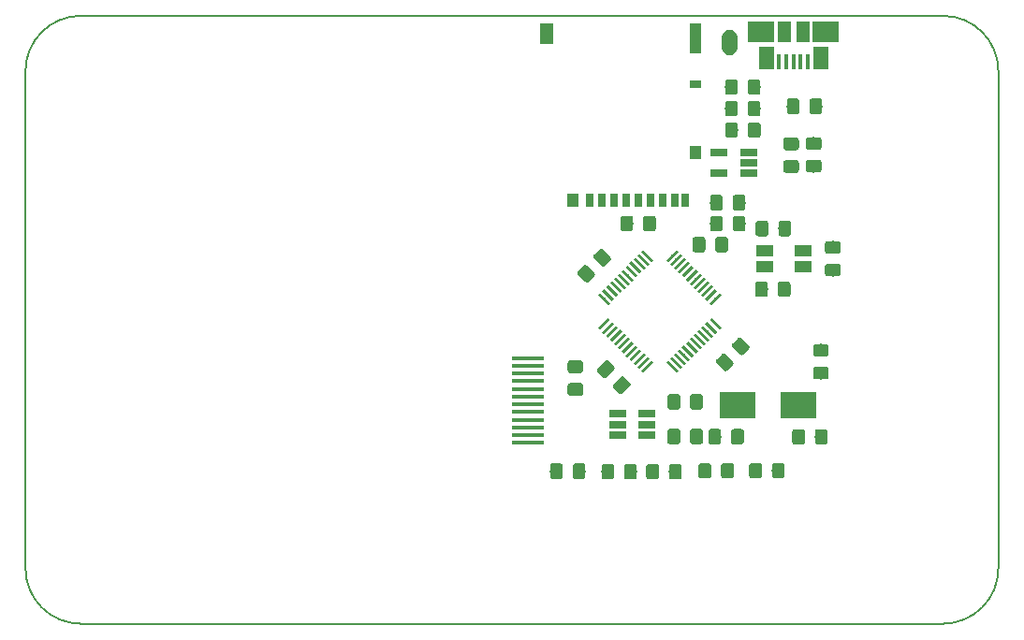
<source format=gbr>
G04 #@! TF.GenerationSoftware,KiCad,Pcbnew,(5.0.2)-1*
G04 #@! TF.CreationDate,2019-04-05T09:57:39+01:00*
G04 #@! TF.ProjectId,PCB_Card,5043425f-4361-4726-942e-6b696361645f,02*
G04 #@! TF.SameCoordinates,PX6ddf710PY7643e10*
G04 #@! TF.FileFunction,Paste,Top*
G04 #@! TF.FilePolarity,Positive*
%FSLAX46Y46*%
G04 Gerber Fmt 4.6, Leading zero omitted, Abs format (unit mm)*
G04 Created by KiCad (PCBNEW (5.0.2)-1) date 05/04/2019 09:57:39*
%MOMM*%
%LPD*%
G01*
G04 APERTURE LIST*
%ADD10C,0.200000*%
%ADD11R,3.000000X0.350000*%
%ADD12R,3.325000X2.400000*%
%ADD13C,0.100000*%
%ADD14C,1.150000*%
%ADD15C,0.250000*%
%ADD16R,0.700000X1.200000*%
%ADD17R,1.000000X1.200000*%
%ADD18R,1.000000X0.800000*%
%ADD19R,1.000000X2.800000*%
%ADD20R,1.300000X1.900000*%
%ADD21R,1.500000X1.000000*%
%ADD22R,0.450000X1.380000*%
%ADD23R,1.475000X2.100000*%
%ADD24R,2.375000X1.900000*%
%ADD25R,1.175000X1.900000*%
%ADD26R,1.560000X0.650000*%
%ADD27C,0.254000*%
G04 APERTURE END LIST*
D10*
X87980000Y50010000D02*
X87980000Y5010000D01*
X-20000Y5010000D02*
G75*
G03X4980000Y10000I5000000J0D01*
G01*
X87980000Y5010000D02*
G75*
G02X82980000Y10000I-5000000J0D01*
G01*
X87980000Y50010000D02*
G75*
G03X82980000Y55010000I-5000000J0D01*
G01*
X-20000Y50010000D02*
G75*
G02X4980000Y55010000I5000000J0D01*
G01*
X-20000Y5010000D02*
X-20000Y50010000D01*
X82980000Y10000D02*
X4980000Y10000D01*
X4980000Y55010000D02*
X82980000Y55010000D01*
D11*
G04 #@! TO.C,J6*
X45430000Y24055000D03*
X45430000Y23355000D03*
X45430000Y22655000D03*
X45430000Y21955000D03*
X45430000Y21255000D03*
X45430000Y20555000D03*
X45430000Y19855000D03*
X45430000Y19155000D03*
X45430000Y18455000D03*
X45430000Y17755000D03*
X45430000Y17055000D03*
X45430000Y16355000D03*
G04 #@! TD*
D12*
G04 #@! TO.C,Y1*
X64377500Y19780000D03*
X69902500Y19780000D03*
G04 #@! TD*
D13*
G04 #@! TO.C,C4*
G36*
X54027676Y22382020D02*
X54051944Y22378420D01*
X54075743Y22372459D01*
X54098842Y22364194D01*
X54121021Y22353704D01*
X54142064Y22341092D01*
X54161770Y22326477D01*
X54179948Y22310001D01*
X54639569Y21850380D01*
X54656045Y21832202D01*
X54670660Y21812496D01*
X54683272Y21791453D01*
X54693762Y21769274D01*
X54702027Y21746175D01*
X54707988Y21722376D01*
X54711588Y21698108D01*
X54712792Y21673604D01*
X54711588Y21649100D01*
X54707988Y21624832D01*
X54702027Y21601033D01*
X54693762Y21577934D01*
X54683272Y21555755D01*
X54670660Y21534712D01*
X54656045Y21515006D01*
X54639569Y21496828D01*
X54003172Y20860431D01*
X53984994Y20843955D01*
X53965288Y20829340D01*
X53944245Y20816728D01*
X53922066Y20806238D01*
X53898967Y20797973D01*
X53875168Y20792012D01*
X53850900Y20788412D01*
X53826396Y20787208D01*
X53801892Y20788412D01*
X53777624Y20792012D01*
X53753825Y20797973D01*
X53730726Y20806238D01*
X53708547Y20816728D01*
X53687504Y20829340D01*
X53667798Y20843955D01*
X53649620Y20860431D01*
X53189999Y21320052D01*
X53173523Y21338230D01*
X53158908Y21357936D01*
X53146296Y21378979D01*
X53135806Y21401158D01*
X53127541Y21424257D01*
X53121580Y21448056D01*
X53117980Y21472324D01*
X53116776Y21496828D01*
X53117980Y21521332D01*
X53121580Y21545600D01*
X53127541Y21569399D01*
X53135806Y21592498D01*
X53146296Y21614677D01*
X53158908Y21635720D01*
X53173523Y21655426D01*
X53189999Y21673604D01*
X53826396Y22310001D01*
X53844574Y22326477D01*
X53864280Y22341092D01*
X53885323Y22353704D01*
X53907502Y22364194D01*
X53930601Y22372459D01*
X53954400Y22378420D01*
X53978668Y22382020D01*
X54003172Y22383224D01*
X54027676Y22382020D01*
X54027676Y22382020D01*
G37*
D14*
X53914784Y21585216D03*
D13*
G36*
X52578108Y23831588D02*
X52602376Y23827988D01*
X52626175Y23822027D01*
X52649274Y23813762D01*
X52671453Y23803272D01*
X52692496Y23790660D01*
X52712202Y23776045D01*
X52730380Y23759569D01*
X53190001Y23299948D01*
X53206477Y23281770D01*
X53221092Y23262064D01*
X53233704Y23241021D01*
X53244194Y23218842D01*
X53252459Y23195743D01*
X53258420Y23171944D01*
X53262020Y23147676D01*
X53263224Y23123172D01*
X53262020Y23098668D01*
X53258420Y23074400D01*
X53252459Y23050601D01*
X53244194Y23027502D01*
X53233704Y23005323D01*
X53221092Y22984280D01*
X53206477Y22964574D01*
X53190001Y22946396D01*
X52553604Y22309999D01*
X52535426Y22293523D01*
X52515720Y22278908D01*
X52494677Y22266296D01*
X52472498Y22255806D01*
X52449399Y22247541D01*
X52425600Y22241580D01*
X52401332Y22237980D01*
X52376828Y22236776D01*
X52352324Y22237980D01*
X52328056Y22241580D01*
X52304257Y22247541D01*
X52281158Y22255806D01*
X52258979Y22266296D01*
X52237936Y22278908D01*
X52218230Y22293523D01*
X52200052Y22309999D01*
X51740431Y22769620D01*
X51723955Y22787798D01*
X51709340Y22807504D01*
X51696728Y22828547D01*
X51686238Y22850726D01*
X51677973Y22873825D01*
X51672012Y22897624D01*
X51668412Y22921892D01*
X51667208Y22946396D01*
X51668412Y22970900D01*
X51672012Y22995168D01*
X51677973Y23018967D01*
X51686238Y23042066D01*
X51696728Y23064245D01*
X51709340Y23085288D01*
X51723955Y23104994D01*
X51740431Y23123172D01*
X52376828Y23759569D01*
X52395006Y23776045D01*
X52414712Y23790660D01*
X52435755Y23803272D01*
X52457934Y23813762D01*
X52481033Y23822027D01*
X52504832Y23827988D01*
X52529100Y23831588D01*
X52553604Y23832792D01*
X52578108Y23831588D01*
X52578108Y23831588D01*
G37*
D14*
X52465216Y23034784D03*
G04 #@! TD*
D13*
G04 #@! TO.C,C5*
G36*
X52070900Y33921588D02*
X52095168Y33917988D01*
X52118967Y33912027D01*
X52142066Y33903762D01*
X52164245Y33893272D01*
X52185288Y33880660D01*
X52204994Y33866045D01*
X52223172Y33849569D01*
X52859569Y33213172D01*
X52876045Y33194994D01*
X52890660Y33175288D01*
X52903272Y33154245D01*
X52913762Y33132066D01*
X52922027Y33108967D01*
X52927988Y33085168D01*
X52931588Y33060900D01*
X52932792Y33036396D01*
X52931588Y33011892D01*
X52927988Y32987624D01*
X52922027Y32963825D01*
X52913762Y32940726D01*
X52903272Y32918547D01*
X52890660Y32897504D01*
X52876045Y32877798D01*
X52859569Y32859620D01*
X52399948Y32399999D01*
X52381770Y32383523D01*
X52362064Y32368908D01*
X52341021Y32356296D01*
X52318842Y32345806D01*
X52295743Y32337541D01*
X52271944Y32331580D01*
X52247676Y32327980D01*
X52223172Y32326776D01*
X52198668Y32327980D01*
X52174400Y32331580D01*
X52150601Y32337541D01*
X52127502Y32345806D01*
X52105323Y32356296D01*
X52084280Y32368908D01*
X52064574Y32383523D01*
X52046396Y32399999D01*
X51409999Y33036396D01*
X51393523Y33054574D01*
X51378908Y33074280D01*
X51366296Y33095323D01*
X51355806Y33117502D01*
X51347541Y33140601D01*
X51341580Y33164400D01*
X51337980Y33188668D01*
X51336776Y33213172D01*
X51337980Y33237676D01*
X51341580Y33261944D01*
X51347541Y33285743D01*
X51355806Y33308842D01*
X51366296Y33331021D01*
X51378908Y33352064D01*
X51393523Y33371770D01*
X51409999Y33389948D01*
X51869620Y33849569D01*
X51887798Y33866045D01*
X51907504Y33880660D01*
X51928547Y33893272D01*
X51950726Y33903762D01*
X51973825Y33912027D01*
X51997624Y33917988D01*
X52021892Y33921588D01*
X52046396Y33922792D01*
X52070900Y33921588D01*
X52070900Y33921588D01*
G37*
D14*
X52134784Y33124784D03*
D13*
G36*
X50621332Y32472020D02*
X50645600Y32468420D01*
X50669399Y32462459D01*
X50692498Y32454194D01*
X50714677Y32443704D01*
X50735720Y32431092D01*
X50755426Y32416477D01*
X50773604Y32400001D01*
X51410001Y31763604D01*
X51426477Y31745426D01*
X51441092Y31725720D01*
X51453704Y31704677D01*
X51464194Y31682498D01*
X51472459Y31659399D01*
X51478420Y31635600D01*
X51482020Y31611332D01*
X51483224Y31586828D01*
X51482020Y31562324D01*
X51478420Y31538056D01*
X51472459Y31514257D01*
X51464194Y31491158D01*
X51453704Y31468979D01*
X51441092Y31447936D01*
X51426477Y31428230D01*
X51410001Y31410052D01*
X50950380Y30950431D01*
X50932202Y30933955D01*
X50912496Y30919340D01*
X50891453Y30906728D01*
X50869274Y30896238D01*
X50846175Y30887973D01*
X50822376Y30882012D01*
X50798108Y30878412D01*
X50773604Y30877208D01*
X50749100Y30878412D01*
X50724832Y30882012D01*
X50701033Y30887973D01*
X50677934Y30896238D01*
X50655755Y30906728D01*
X50634712Y30919340D01*
X50615006Y30933955D01*
X50596828Y30950431D01*
X49960431Y31586828D01*
X49943955Y31605006D01*
X49929340Y31624712D01*
X49916728Y31645755D01*
X49906238Y31667934D01*
X49897973Y31691033D01*
X49892012Y31714832D01*
X49888412Y31739100D01*
X49887208Y31763604D01*
X49888412Y31788108D01*
X49892012Y31812376D01*
X49897973Y31836175D01*
X49906238Y31859274D01*
X49916728Y31881453D01*
X49929340Y31902496D01*
X49943955Y31922202D01*
X49960431Y31940380D01*
X50420052Y32400001D01*
X50438230Y32416477D01*
X50457936Y32431092D01*
X50478979Y32443704D01*
X50501158Y32454194D01*
X50524257Y32462459D01*
X50548056Y32468420D01*
X50572324Y32472020D01*
X50596828Y32473224D01*
X50621332Y32472020D01*
X50621332Y32472020D01*
G37*
D14*
X50685216Y31675216D03*
G04 #@! TD*
D15*
G04 #@! TO.C,U1*
X58481371Y23259542D03*
D13*
G36*
X59029379Y22888311D02*
X58852602Y22711534D01*
X57933363Y23630773D01*
X58110140Y23807550D01*
X59029379Y22888311D01*
X59029379Y22888311D01*
G37*
D15*
X58834924Y23613095D03*
D13*
G36*
X59382932Y23241864D02*
X59206155Y23065087D01*
X58286916Y23984326D01*
X58463693Y24161103D01*
X59382932Y23241864D01*
X59382932Y23241864D01*
G37*
D15*
X59188478Y23966649D03*
D13*
G36*
X59736486Y23595418D02*
X59559709Y23418641D01*
X58640470Y24337880D01*
X58817247Y24514657D01*
X59736486Y23595418D01*
X59736486Y23595418D01*
G37*
D15*
X59542031Y24320202D03*
D13*
G36*
X60090039Y23948971D02*
X59913262Y23772194D01*
X58994023Y24691433D01*
X59170800Y24868210D01*
X60090039Y23948971D01*
X60090039Y23948971D01*
G37*
D15*
X59895584Y24673755D03*
D13*
G36*
X60443592Y24302524D02*
X60266815Y24125747D01*
X59347576Y25044986D01*
X59524353Y25221763D01*
X60443592Y24302524D01*
X60443592Y24302524D01*
G37*
D15*
X60249138Y25027309D03*
D13*
G36*
X60797146Y24656078D02*
X60620369Y24479301D01*
X59701130Y25398540D01*
X59877907Y25575317D01*
X60797146Y24656078D01*
X60797146Y24656078D01*
G37*
D15*
X60602691Y25380862D03*
D13*
G36*
X61150699Y25009631D02*
X60973922Y24832854D01*
X60054683Y25752093D01*
X60231460Y25928870D01*
X61150699Y25009631D01*
X61150699Y25009631D01*
G37*
D15*
X60956245Y25734416D03*
D13*
G36*
X61504253Y25363185D02*
X61327476Y25186408D01*
X60408237Y26105647D01*
X60585014Y26282424D01*
X61504253Y25363185D01*
X61504253Y25363185D01*
G37*
D15*
X61309798Y26087969D03*
D13*
G36*
X61857806Y25716738D02*
X61681029Y25539961D01*
X60761790Y26459200D01*
X60938567Y26635977D01*
X61857806Y25716738D01*
X61857806Y25716738D01*
G37*
D15*
X61663351Y26441522D03*
D13*
G36*
X62211359Y26070291D02*
X62034582Y25893514D01*
X61115343Y26812753D01*
X61292120Y26989530D01*
X62211359Y26070291D01*
X62211359Y26070291D01*
G37*
D15*
X62016905Y26795076D03*
D13*
G36*
X62564913Y26423845D02*
X62388136Y26247068D01*
X61468897Y27166307D01*
X61645674Y27343084D01*
X62564913Y26423845D01*
X62564913Y26423845D01*
G37*
D15*
X62370458Y27148629D03*
D13*
G36*
X62918466Y26777398D02*
X62741689Y26600621D01*
X61822450Y27519860D01*
X61999227Y27696637D01*
X62918466Y26777398D01*
X62918466Y26777398D01*
G37*
D15*
X62370458Y29411371D03*
D13*
G36*
X62741689Y29959379D02*
X62918466Y29782602D01*
X61999227Y28863363D01*
X61822450Y29040140D01*
X62741689Y29959379D01*
X62741689Y29959379D01*
G37*
D15*
X62016905Y29764924D03*
D13*
G36*
X62388136Y30312932D02*
X62564913Y30136155D01*
X61645674Y29216916D01*
X61468897Y29393693D01*
X62388136Y30312932D01*
X62388136Y30312932D01*
G37*
D15*
X61663351Y30118478D03*
D13*
G36*
X62034582Y30666486D02*
X62211359Y30489709D01*
X61292120Y29570470D01*
X61115343Y29747247D01*
X62034582Y30666486D01*
X62034582Y30666486D01*
G37*
D15*
X61309798Y30472031D03*
D13*
G36*
X61681029Y31020039D02*
X61857806Y30843262D01*
X60938567Y29924023D01*
X60761790Y30100800D01*
X61681029Y31020039D01*
X61681029Y31020039D01*
G37*
D15*
X60956245Y30825584D03*
D13*
G36*
X61327476Y31373592D02*
X61504253Y31196815D01*
X60585014Y30277576D01*
X60408237Y30454353D01*
X61327476Y31373592D01*
X61327476Y31373592D01*
G37*
D15*
X60602691Y31179138D03*
D13*
G36*
X60973922Y31727146D02*
X61150699Y31550369D01*
X60231460Y30631130D01*
X60054683Y30807907D01*
X60973922Y31727146D01*
X60973922Y31727146D01*
G37*
D15*
X60249138Y31532691D03*
D13*
G36*
X60620369Y32080699D02*
X60797146Y31903922D01*
X59877907Y30984683D01*
X59701130Y31161460D01*
X60620369Y32080699D01*
X60620369Y32080699D01*
G37*
D15*
X59895584Y31886245D03*
D13*
G36*
X60266815Y32434253D02*
X60443592Y32257476D01*
X59524353Y31338237D01*
X59347576Y31515014D01*
X60266815Y32434253D01*
X60266815Y32434253D01*
G37*
D15*
X59542031Y32239798D03*
D13*
G36*
X59913262Y32787806D02*
X60090039Y32611029D01*
X59170800Y31691790D01*
X58994023Y31868567D01*
X59913262Y32787806D01*
X59913262Y32787806D01*
G37*
D15*
X59188478Y32593351D03*
D13*
G36*
X59559709Y33141359D02*
X59736486Y32964582D01*
X58817247Y32045343D01*
X58640470Y32222120D01*
X59559709Y33141359D01*
X59559709Y33141359D01*
G37*
D15*
X58834924Y32946905D03*
D13*
G36*
X59206155Y33494913D02*
X59382932Y33318136D01*
X58463693Y32398897D01*
X58286916Y32575674D01*
X59206155Y33494913D01*
X59206155Y33494913D01*
G37*
D15*
X58481371Y33300458D03*
D13*
G36*
X58852602Y33848466D02*
X59029379Y33671689D01*
X58110140Y32752450D01*
X57933363Y32929227D01*
X58852602Y33848466D01*
X58852602Y33848466D01*
G37*
D15*
X56218629Y33300458D03*
D13*
G36*
X56766637Y32929227D02*
X56589860Y32752450D01*
X55670621Y33671689D01*
X55847398Y33848466D01*
X56766637Y32929227D01*
X56766637Y32929227D01*
G37*
D15*
X55865076Y32946905D03*
D13*
G36*
X56413084Y32575674D02*
X56236307Y32398897D01*
X55317068Y33318136D01*
X55493845Y33494913D01*
X56413084Y32575674D01*
X56413084Y32575674D01*
G37*
D15*
X55511522Y32593351D03*
D13*
G36*
X56059530Y32222120D02*
X55882753Y32045343D01*
X54963514Y32964582D01*
X55140291Y33141359D01*
X56059530Y32222120D01*
X56059530Y32222120D01*
G37*
D15*
X55157969Y32239798D03*
D13*
G36*
X55705977Y31868567D02*
X55529200Y31691790D01*
X54609961Y32611029D01*
X54786738Y32787806D01*
X55705977Y31868567D01*
X55705977Y31868567D01*
G37*
D15*
X54804416Y31886245D03*
D13*
G36*
X55352424Y31515014D02*
X55175647Y31338237D01*
X54256408Y32257476D01*
X54433185Y32434253D01*
X55352424Y31515014D01*
X55352424Y31515014D01*
G37*
D15*
X54450862Y31532691D03*
D13*
G36*
X54998870Y31161460D02*
X54822093Y30984683D01*
X53902854Y31903922D01*
X54079631Y32080699D01*
X54998870Y31161460D01*
X54998870Y31161460D01*
G37*
D15*
X54097309Y31179138D03*
D13*
G36*
X54645317Y30807907D02*
X54468540Y30631130D01*
X53549301Y31550369D01*
X53726078Y31727146D01*
X54645317Y30807907D01*
X54645317Y30807907D01*
G37*
D15*
X53743755Y30825584D03*
D13*
G36*
X54291763Y30454353D02*
X54114986Y30277576D01*
X53195747Y31196815D01*
X53372524Y31373592D01*
X54291763Y30454353D01*
X54291763Y30454353D01*
G37*
D15*
X53390202Y30472031D03*
D13*
G36*
X53938210Y30100800D02*
X53761433Y29924023D01*
X52842194Y30843262D01*
X53018971Y31020039D01*
X53938210Y30100800D01*
X53938210Y30100800D01*
G37*
D15*
X53036649Y30118478D03*
D13*
G36*
X53584657Y29747247D02*
X53407880Y29570470D01*
X52488641Y30489709D01*
X52665418Y30666486D01*
X53584657Y29747247D01*
X53584657Y29747247D01*
G37*
D15*
X52683095Y29764924D03*
D13*
G36*
X53231103Y29393693D02*
X53054326Y29216916D01*
X52135087Y30136155D01*
X52311864Y30312932D01*
X53231103Y29393693D01*
X53231103Y29393693D01*
G37*
D15*
X52329542Y29411371D03*
D13*
G36*
X52877550Y29040140D02*
X52700773Y28863363D01*
X51781534Y29782602D01*
X51958311Y29959379D01*
X52877550Y29040140D01*
X52877550Y29040140D01*
G37*
D15*
X52329542Y27148629D03*
D13*
G36*
X52700773Y27696637D02*
X52877550Y27519860D01*
X51958311Y26600621D01*
X51781534Y26777398D01*
X52700773Y27696637D01*
X52700773Y27696637D01*
G37*
D15*
X52683095Y26795076D03*
D13*
G36*
X53054326Y27343084D02*
X53231103Y27166307D01*
X52311864Y26247068D01*
X52135087Y26423845D01*
X53054326Y27343084D01*
X53054326Y27343084D01*
G37*
D15*
X53036649Y26441522D03*
D13*
G36*
X53407880Y26989530D02*
X53584657Y26812753D01*
X52665418Y25893514D01*
X52488641Y26070291D01*
X53407880Y26989530D01*
X53407880Y26989530D01*
G37*
D15*
X53390202Y26087969D03*
D13*
G36*
X53761433Y26635977D02*
X53938210Y26459200D01*
X53018971Y25539961D01*
X52842194Y25716738D01*
X53761433Y26635977D01*
X53761433Y26635977D01*
G37*
D15*
X53743755Y25734416D03*
D13*
G36*
X54114986Y26282424D02*
X54291763Y26105647D01*
X53372524Y25186408D01*
X53195747Y25363185D01*
X54114986Y26282424D01*
X54114986Y26282424D01*
G37*
D15*
X54097309Y25380862D03*
D13*
G36*
X54468540Y25928870D02*
X54645317Y25752093D01*
X53726078Y24832854D01*
X53549301Y25009631D01*
X54468540Y25928870D01*
X54468540Y25928870D01*
G37*
D15*
X54450862Y25027309D03*
D13*
G36*
X54822093Y25575317D02*
X54998870Y25398540D01*
X54079631Y24479301D01*
X53902854Y24656078D01*
X54822093Y25575317D01*
X54822093Y25575317D01*
G37*
D15*
X54804416Y24673755D03*
D13*
G36*
X55175647Y25221763D02*
X55352424Y25044986D01*
X54433185Y24125747D01*
X54256408Y24302524D01*
X55175647Y25221763D01*
X55175647Y25221763D01*
G37*
D15*
X55157969Y24320202D03*
D13*
G36*
X55529200Y24868210D02*
X55705977Y24691433D01*
X54786738Y23772194D01*
X54609961Y23948971D01*
X55529200Y24868210D01*
X55529200Y24868210D01*
G37*
D15*
X55511522Y23966649D03*
D13*
G36*
X55882753Y24514657D02*
X56059530Y24337880D01*
X55140291Y23418641D01*
X54963514Y23595418D01*
X55882753Y24514657D01*
X55882753Y24514657D01*
G37*
D15*
X55865076Y23613095D03*
D13*
G36*
X56236307Y24161103D02*
X56413084Y23984326D01*
X55493845Y23065087D01*
X55317068Y23241864D01*
X56236307Y24161103D01*
X56236307Y24161103D01*
G37*
D15*
X56218629Y23259542D03*
D13*
G36*
X56589860Y23807550D02*
X56766637Y23630773D01*
X55847398Y22711534D01*
X55670621Y22888311D01*
X56589860Y23807550D01*
X56589860Y23807550D01*
G37*
G04 #@! TD*
D16*
G04 #@! TO.C,J10*
X59665000Y38325000D03*
X58715000Y38325000D03*
X51015000Y38325000D03*
X52115000Y38325000D03*
X53215000Y38325000D03*
X54315000Y38325000D03*
X55415000Y38325000D03*
X56515000Y38325000D03*
X57615000Y38325000D03*
D17*
X49465000Y38325000D03*
X60615000Y42625000D03*
D18*
X60615000Y48825000D03*
D19*
X60615000Y52975000D03*
D20*
X47115000Y53425000D03*
G04 #@! TD*
D13*
G04 #@! TO.C,R15*
G36*
X69764506Y47528796D02*
X69788774Y47525196D01*
X69812573Y47519235D01*
X69835672Y47510970D01*
X69857851Y47500480D01*
X69878894Y47487868D01*
X69898600Y47473253D01*
X69916778Y47456777D01*
X69933254Y47438599D01*
X69947869Y47418893D01*
X69960481Y47397850D01*
X69970971Y47375671D01*
X69979236Y47352572D01*
X69985197Y47328773D01*
X69988797Y47304505D01*
X69990001Y47280001D01*
X69990001Y46379999D01*
X69988797Y46355495D01*
X69985197Y46331227D01*
X69979236Y46307428D01*
X69970971Y46284329D01*
X69960481Y46262150D01*
X69947869Y46241107D01*
X69933254Y46221401D01*
X69916778Y46203223D01*
X69898600Y46186747D01*
X69878894Y46172132D01*
X69857851Y46159520D01*
X69835672Y46149030D01*
X69812573Y46140765D01*
X69788774Y46134804D01*
X69764506Y46131204D01*
X69740002Y46130000D01*
X69090000Y46130000D01*
X69065496Y46131204D01*
X69041228Y46134804D01*
X69017429Y46140765D01*
X68994330Y46149030D01*
X68972151Y46159520D01*
X68951108Y46172132D01*
X68931402Y46186747D01*
X68913224Y46203223D01*
X68896748Y46221401D01*
X68882133Y46241107D01*
X68869521Y46262150D01*
X68859031Y46284329D01*
X68850766Y46307428D01*
X68844805Y46331227D01*
X68841205Y46355495D01*
X68840001Y46379999D01*
X68840001Y47280001D01*
X68841205Y47304505D01*
X68844805Y47328773D01*
X68850766Y47352572D01*
X68859031Y47375671D01*
X68869521Y47397850D01*
X68882133Y47418893D01*
X68896748Y47438599D01*
X68913224Y47456777D01*
X68931402Y47473253D01*
X68951108Y47487868D01*
X68972151Y47500480D01*
X68994330Y47510970D01*
X69017429Y47519235D01*
X69041228Y47525196D01*
X69065496Y47528796D01*
X69090000Y47530000D01*
X69740002Y47530000D01*
X69764506Y47528796D01*
X69764506Y47528796D01*
G37*
D14*
X69415001Y46830000D03*
D13*
G36*
X71814504Y47528796D02*
X71838772Y47525196D01*
X71862571Y47519235D01*
X71885670Y47510970D01*
X71907849Y47500480D01*
X71928892Y47487868D01*
X71948598Y47473253D01*
X71966776Y47456777D01*
X71983252Y47438599D01*
X71997867Y47418893D01*
X72010479Y47397850D01*
X72020969Y47375671D01*
X72029234Y47352572D01*
X72035195Y47328773D01*
X72038795Y47304505D01*
X72039999Y47280001D01*
X72039999Y46379999D01*
X72038795Y46355495D01*
X72035195Y46331227D01*
X72029234Y46307428D01*
X72020969Y46284329D01*
X72010479Y46262150D01*
X71997867Y46241107D01*
X71983252Y46221401D01*
X71966776Y46203223D01*
X71948598Y46186747D01*
X71928892Y46172132D01*
X71907849Y46159520D01*
X71885670Y46149030D01*
X71862571Y46140765D01*
X71838772Y46134804D01*
X71814504Y46131204D01*
X71790000Y46130000D01*
X71139998Y46130000D01*
X71115494Y46131204D01*
X71091226Y46134804D01*
X71067427Y46140765D01*
X71044328Y46149030D01*
X71022149Y46159520D01*
X71001106Y46172132D01*
X70981400Y46186747D01*
X70963222Y46203223D01*
X70946746Y46221401D01*
X70932131Y46241107D01*
X70919519Y46262150D01*
X70909029Y46284329D01*
X70900764Y46307428D01*
X70894803Y46331227D01*
X70891203Y46355495D01*
X70889999Y46379999D01*
X70889999Y47280001D01*
X70891203Y47304505D01*
X70894803Y47328773D01*
X70900764Y47352572D01*
X70909029Y47375671D01*
X70919519Y47397850D01*
X70932131Y47418893D01*
X70946746Y47438599D01*
X70963222Y47456777D01*
X70981400Y47473253D01*
X71001106Y47487868D01*
X71022149Y47500480D01*
X71044328Y47510970D01*
X71067427Y47519235D01*
X71091226Y47525196D01*
X71115494Y47528796D01*
X71139998Y47530000D01*
X71790000Y47530000D01*
X71814504Y47528796D01*
X71814504Y47528796D01*
G37*
D14*
X71464999Y46830000D03*
G04 #@! TD*
D13*
G04 #@! TO.C,C7*
G36*
X62684505Y17628796D02*
X62708773Y17625196D01*
X62732572Y17619235D01*
X62755671Y17610970D01*
X62777850Y17600480D01*
X62798893Y17587868D01*
X62818599Y17573253D01*
X62836777Y17556777D01*
X62853253Y17538599D01*
X62867868Y17518893D01*
X62880480Y17497850D01*
X62890970Y17475671D01*
X62899235Y17452572D01*
X62905196Y17428773D01*
X62908796Y17404505D01*
X62910000Y17380001D01*
X62910000Y16479999D01*
X62908796Y16455495D01*
X62905196Y16431227D01*
X62899235Y16407428D01*
X62890970Y16384329D01*
X62880480Y16362150D01*
X62867868Y16341107D01*
X62853253Y16321401D01*
X62836777Y16303223D01*
X62818599Y16286747D01*
X62798893Y16272132D01*
X62777850Y16259520D01*
X62755671Y16249030D01*
X62732572Y16240765D01*
X62708773Y16234804D01*
X62684505Y16231204D01*
X62660001Y16230000D01*
X62009999Y16230000D01*
X61985495Y16231204D01*
X61961227Y16234804D01*
X61937428Y16240765D01*
X61914329Y16249030D01*
X61892150Y16259520D01*
X61871107Y16272132D01*
X61851401Y16286747D01*
X61833223Y16303223D01*
X61816747Y16321401D01*
X61802132Y16341107D01*
X61789520Y16362150D01*
X61779030Y16384329D01*
X61770765Y16407428D01*
X61764804Y16431227D01*
X61761204Y16455495D01*
X61760000Y16479999D01*
X61760000Y17380001D01*
X61761204Y17404505D01*
X61764804Y17428773D01*
X61770765Y17452572D01*
X61779030Y17475671D01*
X61789520Y17497850D01*
X61802132Y17518893D01*
X61816747Y17538599D01*
X61833223Y17556777D01*
X61851401Y17573253D01*
X61871107Y17587868D01*
X61892150Y17600480D01*
X61914329Y17610970D01*
X61937428Y17619235D01*
X61961227Y17625196D01*
X61985495Y17628796D01*
X62009999Y17630000D01*
X62660001Y17630000D01*
X62684505Y17628796D01*
X62684505Y17628796D01*
G37*
D14*
X62335000Y16930000D03*
D13*
G36*
X64734505Y17628796D02*
X64758773Y17625196D01*
X64782572Y17619235D01*
X64805671Y17610970D01*
X64827850Y17600480D01*
X64848893Y17587868D01*
X64868599Y17573253D01*
X64886777Y17556777D01*
X64903253Y17538599D01*
X64917868Y17518893D01*
X64930480Y17497850D01*
X64940970Y17475671D01*
X64949235Y17452572D01*
X64955196Y17428773D01*
X64958796Y17404505D01*
X64960000Y17380001D01*
X64960000Y16479999D01*
X64958796Y16455495D01*
X64955196Y16431227D01*
X64949235Y16407428D01*
X64940970Y16384329D01*
X64930480Y16362150D01*
X64917868Y16341107D01*
X64903253Y16321401D01*
X64886777Y16303223D01*
X64868599Y16286747D01*
X64848893Y16272132D01*
X64827850Y16259520D01*
X64805671Y16249030D01*
X64782572Y16240765D01*
X64758773Y16234804D01*
X64734505Y16231204D01*
X64710001Y16230000D01*
X64059999Y16230000D01*
X64035495Y16231204D01*
X64011227Y16234804D01*
X63987428Y16240765D01*
X63964329Y16249030D01*
X63942150Y16259520D01*
X63921107Y16272132D01*
X63901401Y16286747D01*
X63883223Y16303223D01*
X63866747Y16321401D01*
X63852132Y16341107D01*
X63839520Y16362150D01*
X63829030Y16384329D01*
X63820765Y16407428D01*
X63814804Y16431227D01*
X63811204Y16455495D01*
X63810000Y16479999D01*
X63810000Y17380001D01*
X63811204Y17404505D01*
X63814804Y17428773D01*
X63820765Y17452572D01*
X63829030Y17475671D01*
X63839520Y17497850D01*
X63852132Y17518893D01*
X63866747Y17538599D01*
X63883223Y17556777D01*
X63901401Y17573253D01*
X63921107Y17587868D01*
X63942150Y17600480D01*
X63964329Y17610970D01*
X63987428Y17619235D01*
X64011227Y17625196D01*
X64035495Y17628796D01*
X64059999Y17630000D01*
X64710001Y17630000D01*
X64734505Y17628796D01*
X64734505Y17628796D01*
G37*
D14*
X64385000Y16930000D03*
G04 #@! TD*
D13*
G04 #@! TO.C,C8*
G36*
X70254505Y17618796D02*
X70278773Y17615196D01*
X70302572Y17609235D01*
X70325671Y17600970D01*
X70347850Y17590480D01*
X70368893Y17577868D01*
X70388599Y17563253D01*
X70406777Y17546777D01*
X70423253Y17528599D01*
X70437868Y17508893D01*
X70450480Y17487850D01*
X70460970Y17465671D01*
X70469235Y17442572D01*
X70475196Y17418773D01*
X70478796Y17394505D01*
X70480000Y17370001D01*
X70480000Y16469999D01*
X70478796Y16445495D01*
X70475196Y16421227D01*
X70469235Y16397428D01*
X70460970Y16374329D01*
X70450480Y16352150D01*
X70437868Y16331107D01*
X70423253Y16311401D01*
X70406777Y16293223D01*
X70388599Y16276747D01*
X70368893Y16262132D01*
X70347850Y16249520D01*
X70325671Y16239030D01*
X70302572Y16230765D01*
X70278773Y16224804D01*
X70254505Y16221204D01*
X70230001Y16220000D01*
X69579999Y16220000D01*
X69555495Y16221204D01*
X69531227Y16224804D01*
X69507428Y16230765D01*
X69484329Y16239030D01*
X69462150Y16249520D01*
X69441107Y16262132D01*
X69421401Y16276747D01*
X69403223Y16293223D01*
X69386747Y16311401D01*
X69372132Y16331107D01*
X69359520Y16352150D01*
X69349030Y16374329D01*
X69340765Y16397428D01*
X69334804Y16421227D01*
X69331204Y16445495D01*
X69330000Y16469999D01*
X69330000Y17370001D01*
X69331204Y17394505D01*
X69334804Y17418773D01*
X69340765Y17442572D01*
X69349030Y17465671D01*
X69359520Y17487850D01*
X69372132Y17508893D01*
X69386747Y17528599D01*
X69403223Y17546777D01*
X69421401Y17563253D01*
X69441107Y17577868D01*
X69462150Y17590480D01*
X69484329Y17600970D01*
X69507428Y17609235D01*
X69531227Y17615196D01*
X69555495Y17618796D01*
X69579999Y17620000D01*
X70230001Y17620000D01*
X70254505Y17618796D01*
X70254505Y17618796D01*
G37*
D14*
X69905000Y16920000D03*
D13*
G36*
X72304505Y17618796D02*
X72328773Y17615196D01*
X72352572Y17609235D01*
X72375671Y17600970D01*
X72397850Y17590480D01*
X72418893Y17577868D01*
X72438599Y17563253D01*
X72456777Y17546777D01*
X72473253Y17528599D01*
X72487868Y17508893D01*
X72500480Y17487850D01*
X72510970Y17465671D01*
X72519235Y17442572D01*
X72525196Y17418773D01*
X72528796Y17394505D01*
X72530000Y17370001D01*
X72530000Y16469999D01*
X72528796Y16445495D01*
X72525196Y16421227D01*
X72519235Y16397428D01*
X72510970Y16374329D01*
X72500480Y16352150D01*
X72487868Y16331107D01*
X72473253Y16311401D01*
X72456777Y16293223D01*
X72438599Y16276747D01*
X72418893Y16262132D01*
X72397850Y16249520D01*
X72375671Y16239030D01*
X72352572Y16230765D01*
X72328773Y16224804D01*
X72304505Y16221204D01*
X72280001Y16220000D01*
X71629999Y16220000D01*
X71605495Y16221204D01*
X71581227Y16224804D01*
X71557428Y16230765D01*
X71534329Y16239030D01*
X71512150Y16249520D01*
X71491107Y16262132D01*
X71471401Y16276747D01*
X71453223Y16293223D01*
X71436747Y16311401D01*
X71422132Y16331107D01*
X71409520Y16352150D01*
X71399030Y16374329D01*
X71390765Y16397428D01*
X71384804Y16421227D01*
X71381204Y16445495D01*
X71380000Y16469999D01*
X71380000Y17370001D01*
X71381204Y17394505D01*
X71384804Y17418773D01*
X71390765Y17442572D01*
X71399030Y17465671D01*
X71409520Y17487850D01*
X71422132Y17508893D01*
X71436747Y17528599D01*
X71453223Y17546777D01*
X71471401Y17563253D01*
X71491107Y17577868D01*
X71512150Y17590480D01*
X71534329Y17600970D01*
X71557428Y17609235D01*
X71581227Y17615196D01*
X71605495Y17618796D01*
X71629999Y17620000D01*
X72280001Y17620000D01*
X72304505Y17618796D01*
X72304505Y17618796D01*
G37*
D14*
X71955000Y16920000D03*
G04 #@! TD*
D13*
G04 #@! TO.C,R8*
G36*
X68419505Y14551796D02*
X68443773Y14548196D01*
X68467572Y14542235D01*
X68490671Y14533970D01*
X68512850Y14523480D01*
X68533893Y14510868D01*
X68553599Y14496253D01*
X68571777Y14479777D01*
X68588253Y14461599D01*
X68602868Y14441893D01*
X68615480Y14420850D01*
X68625970Y14398671D01*
X68634235Y14375572D01*
X68640196Y14351773D01*
X68643796Y14327505D01*
X68645000Y14303001D01*
X68645000Y13402999D01*
X68643796Y13378495D01*
X68640196Y13354227D01*
X68634235Y13330428D01*
X68625970Y13307329D01*
X68615480Y13285150D01*
X68602868Y13264107D01*
X68588253Y13244401D01*
X68571777Y13226223D01*
X68553599Y13209747D01*
X68533893Y13195132D01*
X68512850Y13182520D01*
X68490671Y13172030D01*
X68467572Y13163765D01*
X68443773Y13157804D01*
X68419505Y13154204D01*
X68395001Y13153000D01*
X67744999Y13153000D01*
X67720495Y13154204D01*
X67696227Y13157804D01*
X67672428Y13163765D01*
X67649329Y13172030D01*
X67627150Y13182520D01*
X67606107Y13195132D01*
X67586401Y13209747D01*
X67568223Y13226223D01*
X67551747Y13244401D01*
X67537132Y13264107D01*
X67524520Y13285150D01*
X67514030Y13307329D01*
X67505765Y13330428D01*
X67499804Y13354227D01*
X67496204Y13378495D01*
X67495000Y13402999D01*
X67495000Y14303001D01*
X67496204Y14327505D01*
X67499804Y14351773D01*
X67505765Y14375572D01*
X67514030Y14398671D01*
X67524520Y14420850D01*
X67537132Y14441893D01*
X67551747Y14461599D01*
X67568223Y14479777D01*
X67586401Y14496253D01*
X67606107Y14510868D01*
X67627150Y14523480D01*
X67649329Y14533970D01*
X67672428Y14542235D01*
X67696227Y14548196D01*
X67720495Y14551796D01*
X67744999Y14553000D01*
X68395001Y14553000D01*
X68419505Y14551796D01*
X68419505Y14551796D01*
G37*
D14*
X68070000Y13853000D03*
D13*
G36*
X66369505Y14551796D02*
X66393773Y14548196D01*
X66417572Y14542235D01*
X66440671Y14533970D01*
X66462850Y14523480D01*
X66483893Y14510868D01*
X66503599Y14496253D01*
X66521777Y14479777D01*
X66538253Y14461599D01*
X66552868Y14441893D01*
X66565480Y14420850D01*
X66575970Y14398671D01*
X66584235Y14375572D01*
X66590196Y14351773D01*
X66593796Y14327505D01*
X66595000Y14303001D01*
X66595000Y13402999D01*
X66593796Y13378495D01*
X66590196Y13354227D01*
X66584235Y13330428D01*
X66575970Y13307329D01*
X66565480Y13285150D01*
X66552868Y13264107D01*
X66538253Y13244401D01*
X66521777Y13226223D01*
X66503599Y13209747D01*
X66483893Y13195132D01*
X66462850Y13182520D01*
X66440671Y13172030D01*
X66417572Y13163765D01*
X66393773Y13157804D01*
X66369505Y13154204D01*
X66345001Y13153000D01*
X65694999Y13153000D01*
X65670495Y13154204D01*
X65646227Y13157804D01*
X65622428Y13163765D01*
X65599329Y13172030D01*
X65577150Y13182520D01*
X65556107Y13195132D01*
X65536401Y13209747D01*
X65518223Y13226223D01*
X65501747Y13244401D01*
X65487132Y13264107D01*
X65474520Y13285150D01*
X65464030Y13307329D01*
X65455765Y13330428D01*
X65449804Y13354227D01*
X65446204Y13378495D01*
X65445000Y13402999D01*
X65445000Y14303001D01*
X65446204Y14327505D01*
X65449804Y14351773D01*
X65455765Y14375572D01*
X65464030Y14398671D01*
X65474520Y14420850D01*
X65487132Y14441893D01*
X65501747Y14461599D01*
X65518223Y14479777D01*
X65536401Y14496253D01*
X65556107Y14510868D01*
X65577150Y14523480D01*
X65599329Y14533970D01*
X65622428Y14542235D01*
X65646227Y14548196D01*
X65670495Y14551796D01*
X65694999Y14553000D01*
X66345001Y14553000D01*
X66369505Y14551796D01*
X66369505Y14551796D01*
G37*
D14*
X66020000Y13853000D03*
G04 #@! TD*
D21*
G04 #@! TO.C,D2*
X70310000Y32330000D03*
X70310000Y33730000D03*
X66810000Y32330000D03*
X66810000Y33730000D03*
G04 #@! TD*
D13*
G04 #@! TO.C,C1*
G36*
X66244505Y45368796D02*
X66268773Y45365196D01*
X66292572Y45359235D01*
X66315671Y45350970D01*
X66337850Y45340480D01*
X66358893Y45327868D01*
X66378599Y45313253D01*
X66396777Y45296777D01*
X66413253Y45278599D01*
X66427868Y45258893D01*
X66440480Y45237850D01*
X66450970Y45215671D01*
X66459235Y45192572D01*
X66465196Y45168773D01*
X66468796Y45144505D01*
X66470000Y45120001D01*
X66470000Y44219999D01*
X66468796Y44195495D01*
X66465196Y44171227D01*
X66459235Y44147428D01*
X66450970Y44124329D01*
X66440480Y44102150D01*
X66427868Y44081107D01*
X66413253Y44061401D01*
X66396777Y44043223D01*
X66378599Y44026747D01*
X66358893Y44012132D01*
X66337850Y43999520D01*
X66315671Y43989030D01*
X66292572Y43980765D01*
X66268773Y43974804D01*
X66244505Y43971204D01*
X66220001Y43970000D01*
X65569999Y43970000D01*
X65545495Y43971204D01*
X65521227Y43974804D01*
X65497428Y43980765D01*
X65474329Y43989030D01*
X65452150Y43999520D01*
X65431107Y44012132D01*
X65411401Y44026747D01*
X65393223Y44043223D01*
X65376747Y44061401D01*
X65362132Y44081107D01*
X65349520Y44102150D01*
X65339030Y44124329D01*
X65330765Y44147428D01*
X65324804Y44171227D01*
X65321204Y44195495D01*
X65320000Y44219999D01*
X65320000Y45120001D01*
X65321204Y45144505D01*
X65324804Y45168773D01*
X65330765Y45192572D01*
X65339030Y45215671D01*
X65349520Y45237850D01*
X65362132Y45258893D01*
X65376747Y45278599D01*
X65393223Y45296777D01*
X65411401Y45313253D01*
X65431107Y45327868D01*
X65452150Y45340480D01*
X65474329Y45350970D01*
X65497428Y45359235D01*
X65521227Y45365196D01*
X65545495Y45368796D01*
X65569999Y45370000D01*
X66220001Y45370000D01*
X66244505Y45368796D01*
X66244505Y45368796D01*
G37*
D14*
X65895000Y44670000D03*
D13*
G36*
X64194505Y45368796D02*
X64218773Y45365196D01*
X64242572Y45359235D01*
X64265671Y45350970D01*
X64287850Y45340480D01*
X64308893Y45327868D01*
X64328599Y45313253D01*
X64346777Y45296777D01*
X64363253Y45278599D01*
X64377868Y45258893D01*
X64390480Y45237850D01*
X64400970Y45215671D01*
X64409235Y45192572D01*
X64415196Y45168773D01*
X64418796Y45144505D01*
X64420000Y45120001D01*
X64420000Y44219999D01*
X64418796Y44195495D01*
X64415196Y44171227D01*
X64409235Y44147428D01*
X64400970Y44124329D01*
X64390480Y44102150D01*
X64377868Y44081107D01*
X64363253Y44061401D01*
X64346777Y44043223D01*
X64328599Y44026747D01*
X64308893Y44012132D01*
X64287850Y43999520D01*
X64265671Y43989030D01*
X64242572Y43980765D01*
X64218773Y43974804D01*
X64194505Y43971204D01*
X64170001Y43970000D01*
X63519999Y43970000D01*
X63495495Y43971204D01*
X63471227Y43974804D01*
X63447428Y43980765D01*
X63424329Y43989030D01*
X63402150Y43999520D01*
X63381107Y44012132D01*
X63361401Y44026747D01*
X63343223Y44043223D01*
X63326747Y44061401D01*
X63312132Y44081107D01*
X63299520Y44102150D01*
X63289030Y44124329D01*
X63280765Y44147428D01*
X63274804Y44171227D01*
X63271204Y44195495D01*
X63270000Y44219999D01*
X63270000Y45120001D01*
X63271204Y45144505D01*
X63274804Y45168773D01*
X63280765Y45192572D01*
X63289030Y45215671D01*
X63299520Y45237850D01*
X63312132Y45258893D01*
X63326747Y45278599D01*
X63343223Y45296777D01*
X63361401Y45313253D01*
X63381107Y45327868D01*
X63402150Y45340480D01*
X63424329Y45350970D01*
X63447428Y45359235D01*
X63471227Y45365196D01*
X63495495Y45368796D01*
X63519999Y45370000D01*
X64170001Y45370000D01*
X64194505Y45368796D01*
X64194505Y45368796D01*
G37*
D14*
X63845000Y44670000D03*
G04 #@! TD*
D13*
G04 #@! TO.C,C2*
G36*
X62824505Y36908796D02*
X62848773Y36905196D01*
X62872572Y36899235D01*
X62895671Y36890970D01*
X62917850Y36880480D01*
X62938893Y36867868D01*
X62958599Y36853253D01*
X62976777Y36836777D01*
X62993253Y36818599D01*
X63007868Y36798893D01*
X63020480Y36777850D01*
X63030970Y36755671D01*
X63039235Y36732572D01*
X63045196Y36708773D01*
X63048796Y36684505D01*
X63050000Y36660001D01*
X63050000Y35759999D01*
X63048796Y35735495D01*
X63045196Y35711227D01*
X63039235Y35687428D01*
X63030970Y35664329D01*
X63020480Y35642150D01*
X63007868Y35621107D01*
X62993253Y35601401D01*
X62976777Y35583223D01*
X62958599Y35566747D01*
X62938893Y35552132D01*
X62917850Y35539520D01*
X62895671Y35529030D01*
X62872572Y35520765D01*
X62848773Y35514804D01*
X62824505Y35511204D01*
X62800001Y35510000D01*
X62149999Y35510000D01*
X62125495Y35511204D01*
X62101227Y35514804D01*
X62077428Y35520765D01*
X62054329Y35529030D01*
X62032150Y35539520D01*
X62011107Y35552132D01*
X61991401Y35566747D01*
X61973223Y35583223D01*
X61956747Y35601401D01*
X61942132Y35621107D01*
X61929520Y35642150D01*
X61919030Y35664329D01*
X61910765Y35687428D01*
X61904804Y35711227D01*
X61901204Y35735495D01*
X61900000Y35759999D01*
X61900000Y36660001D01*
X61901204Y36684505D01*
X61904804Y36708773D01*
X61910765Y36732572D01*
X61919030Y36755671D01*
X61929520Y36777850D01*
X61942132Y36798893D01*
X61956747Y36818599D01*
X61973223Y36836777D01*
X61991401Y36853253D01*
X62011107Y36867868D01*
X62032150Y36880480D01*
X62054329Y36890970D01*
X62077428Y36899235D01*
X62101227Y36905196D01*
X62125495Y36908796D01*
X62149999Y36910000D01*
X62800001Y36910000D01*
X62824505Y36908796D01*
X62824505Y36908796D01*
G37*
D14*
X62475000Y36210000D03*
D13*
G36*
X64874505Y36908796D02*
X64898773Y36905196D01*
X64922572Y36899235D01*
X64945671Y36890970D01*
X64967850Y36880480D01*
X64988893Y36867868D01*
X65008599Y36853253D01*
X65026777Y36836777D01*
X65043253Y36818599D01*
X65057868Y36798893D01*
X65070480Y36777850D01*
X65080970Y36755671D01*
X65089235Y36732572D01*
X65095196Y36708773D01*
X65098796Y36684505D01*
X65100000Y36660001D01*
X65100000Y35759999D01*
X65098796Y35735495D01*
X65095196Y35711227D01*
X65089235Y35687428D01*
X65080970Y35664329D01*
X65070480Y35642150D01*
X65057868Y35621107D01*
X65043253Y35601401D01*
X65026777Y35583223D01*
X65008599Y35566747D01*
X64988893Y35552132D01*
X64967850Y35539520D01*
X64945671Y35529030D01*
X64922572Y35520765D01*
X64898773Y35514804D01*
X64874505Y35511204D01*
X64850001Y35510000D01*
X64199999Y35510000D01*
X64175495Y35511204D01*
X64151227Y35514804D01*
X64127428Y35520765D01*
X64104329Y35529030D01*
X64082150Y35539520D01*
X64061107Y35552132D01*
X64041401Y35566747D01*
X64023223Y35583223D01*
X64006747Y35601401D01*
X63992132Y35621107D01*
X63979520Y35642150D01*
X63969030Y35664329D01*
X63960765Y35687428D01*
X63954804Y35711227D01*
X63951204Y35735495D01*
X63950000Y35759999D01*
X63950000Y36660001D01*
X63951204Y36684505D01*
X63954804Y36708773D01*
X63960765Y36732572D01*
X63969030Y36755671D01*
X63979520Y36777850D01*
X63992132Y36798893D01*
X64006747Y36818599D01*
X64023223Y36836777D01*
X64041401Y36853253D01*
X64061107Y36867868D01*
X64082150Y36880480D01*
X64104329Y36890970D01*
X64127428Y36899235D01*
X64151227Y36905196D01*
X64175495Y36908796D01*
X64199999Y36910000D01*
X64850001Y36910000D01*
X64874505Y36908796D01*
X64874505Y36908796D01*
G37*
D14*
X64525000Y36210000D03*
G04 #@! TD*
D13*
G04 #@! TO.C,C3*
G36*
X54724505Y36918796D02*
X54748773Y36915196D01*
X54772572Y36909235D01*
X54795671Y36900970D01*
X54817850Y36890480D01*
X54838893Y36877868D01*
X54858599Y36863253D01*
X54876777Y36846777D01*
X54893253Y36828599D01*
X54907868Y36808893D01*
X54920480Y36787850D01*
X54930970Y36765671D01*
X54939235Y36742572D01*
X54945196Y36718773D01*
X54948796Y36694505D01*
X54950000Y36670001D01*
X54950000Y35769999D01*
X54948796Y35745495D01*
X54945196Y35721227D01*
X54939235Y35697428D01*
X54930970Y35674329D01*
X54920480Y35652150D01*
X54907868Y35631107D01*
X54893253Y35611401D01*
X54876777Y35593223D01*
X54858599Y35576747D01*
X54838893Y35562132D01*
X54817850Y35549520D01*
X54795671Y35539030D01*
X54772572Y35530765D01*
X54748773Y35524804D01*
X54724505Y35521204D01*
X54700001Y35520000D01*
X54049999Y35520000D01*
X54025495Y35521204D01*
X54001227Y35524804D01*
X53977428Y35530765D01*
X53954329Y35539030D01*
X53932150Y35549520D01*
X53911107Y35562132D01*
X53891401Y35576747D01*
X53873223Y35593223D01*
X53856747Y35611401D01*
X53842132Y35631107D01*
X53829520Y35652150D01*
X53819030Y35674329D01*
X53810765Y35697428D01*
X53804804Y35721227D01*
X53801204Y35745495D01*
X53800000Y35769999D01*
X53800000Y36670001D01*
X53801204Y36694505D01*
X53804804Y36718773D01*
X53810765Y36742572D01*
X53819030Y36765671D01*
X53829520Y36787850D01*
X53842132Y36808893D01*
X53856747Y36828599D01*
X53873223Y36846777D01*
X53891401Y36863253D01*
X53911107Y36877868D01*
X53932150Y36890480D01*
X53954329Y36900970D01*
X53977428Y36909235D01*
X54001227Y36915196D01*
X54025495Y36918796D01*
X54049999Y36920000D01*
X54700001Y36920000D01*
X54724505Y36918796D01*
X54724505Y36918796D01*
G37*
D14*
X54375000Y36220000D03*
D13*
G36*
X56774505Y36918796D02*
X56798773Y36915196D01*
X56822572Y36909235D01*
X56845671Y36900970D01*
X56867850Y36890480D01*
X56888893Y36877868D01*
X56908599Y36863253D01*
X56926777Y36846777D01*
X56943253Y36828599D01*
X56957868Y36808893D01*
X56970480Y36787850D01*
X56980970Y36765671D01*
X56989235Y36742572D01*
X56995196Y36718773D01*
X56998796Y36694505D01*
X57000000Y36670001D01*
X57000000Y35769999D01*
X56998796Y35745495D01*
X56995196Y35721227D01*
X56989235Y35697428D01*
X56980970Y35674329D01*
X56970480Y35652150D01*
X56957868Y35631107D01*
X56943253Y35611401D01*
X56926777Y35593223D01*
X56908599Y35576747D01*
X56888893Y35562132D01*
X56867850Y35549520D01*
X56845671Y35539030D01*
X56822572Y35530765D01*
X56798773Y35524804D01*
X56774505Y35521204D01*
X56750001Y35520000D01*
X56099999Y35520000D01*
X56075495Y35521204D01*
X56051227Y35524804D01*
X56027428Y35530765D01*
X56004329Y35539030D01*
X55982150Y35549520D01*
X55961107Y35562132D01*
X55941401Y35576747D01*
X55923223Y35593223D01*
X55906747Y35611401D01*
X55892132Y35631107D01*
X55879520Y35652150D01*
X55869030Y35674329D01*
X55860765Y35697428D01*
X55854804Y35721227D01*
X55851204Y35745495D01*
X55850000Y35769999D01*
X55850000Y36670001D01*
X55851204Y36694505D01*
X55854804Y36718773D01*
X55860765Y36742572D01*
X55869030Y36765671D01*
X55879520Y36787850D01*
X55892132Y36808893D01*
X55906747Y36828599D01*
X55923223Y36846777D01*
X55941401Y36863253D01*
X55961107Y36877868D01*
X55982150Y36890480D01*
X56004329Y36900970D01*
X56027428Y36909235D01*
X56051227Y36915196D01*
X56075495Y36918796D01*
X56099999Y36920000D01*
X56750001Y36920000D01*
X56774505Y36918796D01*
X56774505Y36918796D01*
G37*
D14*
X56425000Y36220000D03*
G04 #@! TD*
D13*
G04 #@! TO.C,C6*
G36*
X50194505Y21778796D02*
X50218773Y21775196D01*
X50242572Y21769235D01*
X50265671Y21760970D01*
X50287850Y21750480D01*
X50308893Y21737868D01*
X50328599Y21723253D01*
X50346777Y21706777D01*
X50363253Y21688599D01*
X50377868Y21668893D01*
X50390480Y21647850D01*
X50400970Y21625671D01*
X50409235Y21602572D01*
X50415196Y21578773D01*
X50418796Y21554505D01*
X50420000Y21530001D01*
X50420000Y20879999D01*
X50418796Y20855495D01*
X50415196Y20831227D01*
X50409235Y20807428D01*
X50400970Y20784329D01*
X50390480Y20762150D01*
X50377868Y20741107D01*
X50363253Y20721401D01*
X50346777Y20703223D01*
X50328599Y20686747D01*
X50308893Y20672132D01*
X50287850Y20659520D01*
X50265671Y20649030D01*
X50242572Y20640765D01*
X50218773Y20634804D01*
X50194505Y20631204D01*
X50170001Y20630000D01*
X49269999Y20630000D01*
X49245495Y20631204D01*
X49221227Y20634804D01*
X49197428Y20640765D01*
X49174329Y20649030D01*
X49152150Y20659520D01*
X49131107Y20672132D01*
X49111401Y20686747D01*
X49093223Y20703223D01*
X49076747Y20721401D01*
X49062132Y20741107D01*
X49049520Y20762150D01*
X49039030Y20784329D01*
X49030765Y20807428D01*
X49024804Y20831227D01*
X49021204Y20855495D01*
X49020000Y20879999D01*
X49020000Y21530001D01*
X49021204Y21554505D01*
X49024804Y21578773D01*
X49030765Y21602572D01*
X49039030Y21625671D01*
X49049520Y21647850D01*
X49062132Y21668893D01*
X49076747Y21688599D01*
X49093223Y21706777D01*
X49111401Y21723253D01*
X49131107Y21737868D01*
X49152150Y21750480D01*
X49174329Y21760970D01*
X49197428Y21769235D01*
X49221227Y21775196D01*
X49245495Y21778796D01*
X49269999Y21780000D01*
X50170001Y21780000D01*
X50194505Y21778796D01*
X50194505Y21778796D01*
G37*
D14*
X49720000Y21205000D03*
D13*
G36*
X50194505Y23828796D02*
X50218773Y23825196D01*
X50242572Y23819235D01*
X50265671Y23810970D01*
X50287850Y23800480D01*
X50308893Y23787868D01*
X50328599Y23773253D01*
X50346777Y23756777D01*
X50363253Y23738599D01*
X50377868Y23718893D01*
X50390480Y23697850D01*
X50400970Y23675671D01*
X50409235Y23652572D01*
X50415196Y23628773D01*
X50418796Y23604505D01*
X50420000Y23580001D01*
X50420000Y22929999D01*
X50418796Y22905495D01*
X50415196Y22881227D01*
X50409235Y22857428D01*
X50400970Y22834329D01*
X50390480Y22812150D01*
X50377868Y22791107D01*
X50363253Y22771401D01*
X50346777Y22753223D01*
X50328599Y22736747D01*
X50308893Y22722132D01*
X50287850Y22709520D01*
X50265671Y22699030D01*
X50242572Y22690765D01*
X50218773Y22684804D01*
X50194505Y22681204D01*
X50170001Y22680000D01*
X49269999Y22680000D01*
X49245495Y22681204D01*
X49221227Y22684804D01*
X49197428Y22690765D01*
X49174329Y22699030D01*
X49152150Y22709520D01*
X49131107Y22722132D01*
X49111401Y22736747D01*
X49093223Y22753223D01*
X49076747Y22771401D01*
X49062132Y22791107D01*
X49049520Y22812150D01*
X49039030Y22834329D01*
X49030765Y22857428D01*
X49024804Y22881227D01*
X49021204Y22905495D01*
X49020000Y22929999D01*
X49020000Y23580001D01*
X49021204Y23604505D01*
X49024804Y23628773D01*
X49030765Y23652572D01*
X49039030Y23675671D01*
X49049520Y23697850D01*
X49062132Y23718893D01*
X49076747Y23738599D01*
X49093223Y23756777D01*
X49111401Y23773253D01*
X49131107Y23787868D01*
X49152150Y23800480D01*
X49174329Y23810970D01*
X49197428Y23819235D01*
X49221227Y23825196D01*
X49245495Y23828796D01*
X49269999Y23830000D01*
X50170001Y23830000D01*
X50194505Y23828796D01*
X50194505Y23828796D01*
G37*
D14*
X49720000Y23255000D03*
G04 #@! TD*
D22*
G04 #@! TO.C,J1*
X70749000Y50874000D03*
X70099000Y50874000D03*
X69449000Y50874000D03*
X68799000Y50874000D03*
X68149000Y50874000D03*
D23*
X71911500Y51234000D03*
X66986500Y51234000D03*
D24*
X72359000Y53534000D03*
X66539000Y53534000D03*
D25*
X70289000Y53534000D03*
X68609000Y53534000D03*
G04 #@! TD*
D13*
G04 #@! TO.C,R1*
G36*
X71754505Y44028796D02*
X71778773Y44025196D01*
X71802572Y44019235D01*
X71825671Y44010970D01*
X71847850Y44000480D01*
X71868893Y43987868D01*
X71888599Y43973253D01*
X71906777Y43956777D01*
X71923253Y43938599D01*
X71937868Y43918893D01*
X71950480Y43897850D01*
X71960970Y43875671D01*
X71969235Y43852572D01*
X71975196Y43828773D01*
X71978796Y43804505D01*
X71980000Y43780001D01*
X71980000Y43129999D01*
X71978796Y43105495D01*
X71975196Y43081227D01*
X71969235Y43057428D01*
X71960970Y43034329D01*
X71950480Y43012150D01*
X71937868Y42991107D01*
X71923253Y42971401D01*
X71906777Y42953223D01*
X71888599Y42936747D01*
X71868893Y42922132D01*
X71847850Y42909520D01*
X71825671Y42899030D01*
X71802572Y42890765D01*
X71778773Y42884804D01*
X71754505Y42881204D01*
X71730001Y42880000D01*
X70829999Y42880000D01*
X70805495Y42881204D01*
X70781227Y42884804D01*
X70757428Y42890765D01*
X70734329Y42899030D01*
X70712150Y42909520D01*
X70691107Y42922132D01*
X70671401Y42936747D01*
X70653223Y42953223D01*
X70636747Y42971401D01*
X70622132Y42991107D01*
X70609520Y43012150D01*
X70599030Y43034329D01*
X70590765Y43057428D01*
X70584804Y43081227D01*
X70581204Y43105495D01*
X70580000Y43129999D01*
X70580000Y43780001D01*
X70581204Y43804505D01*
X70584804Y43828773D01*
X70590765Y43852572D01*
X70599030Y43875671D01*
X70609520Y43897850D01*
X70622132Y43918893D01*
X70636747Y43938599D01*
X70653223Y43956777D01*
X70671401Y43973253D01*
X70691107Y43987868D01*
X70712150Y44000480D01*
X70734329Y44010970D01*
X70757428Y44019235D01*
X70781227Y44025196D01*
X70805495Y44028796D01*
X70829999Y44030000D01*
X71730001Y44030000D01*
X71754505Y44028796D01*
X71754505Y44028796D01*
G37*
D14*
X71280000Y43455000D03*
D13*
G36*
X71754505Y41978796D02*
X71778773Y41975196D01*
X71802572Y41969235D01*
X71825671Y41960970D01*
X71847850Y41950480D01*
X71868893Y41937868D01*
X71888599Y41923253D01*
X71906777Y41906777D01*
X71923253Y41888599D01*
X71937868Y41868893D01*
X71950480Y41847850D01*
X71960970Y41825671D01*
X71969235Y41802572D01*
X71975196Y41778773D01*
X71978796Y41754505D01*
X71980000Y41730001D01*
X71980000Y41079999D01*
X71978796Y41055495D01*
X71975196Y41031227D01*
X71969235Y41007428D01*
X71960970Y40984329D01*
X71950480Y40962150D01*
X71937868Y40941107D01*
X71923253Y40921401D01*
X71906777Y40903223D01*
X71888599Y40886747D01*
X71868893Y40872132D01*
X71847850Y40859520D01*
X71825671Y40849030D01*
X71802572Y40840765D01*
X71778773Y40834804D01*
X71754505Y40831204D01*
X71730001Y40830000D01*
X70829999Y40830000D01*
X70805495Y40831204D01*
X70781227Y40834804D01*
X70757428Y40840765D01*
X70734329Y40849030D01*
X70712150Y40859520D01*
X70691107Y40872132D01*
X70671401Y40886747D01*
X70653223Y40903223D01*
X70636747Y40921401D01*
X70622132Y40941107D01*
X70609520Y40962150D01*
X70599030Y40984329D01*
X70590765Y41007428D01*
X70584804Y41031227D01*
X70581204Y41055495D01*
X70580000Y41079999D01*
X70580000Y41730001D01*
X70581204Y41754505D01*
X70584804Y41778773D01*
X70590765Y41802572D01*
X70599030Y41825671D01*
X70609520Y41847850D01*
X70622132Y41868893D01*
X70636747Y41888599D01*
X70653223Y41906777D01*
X70671401Y41923253D01*
X70691107Y41937868D01*
X70712150Y41950480D01*
X70734329Y41960970D01*
X70757428Y41969235D01*
X70781227Y41975196D01*
X70805495Y41978796D01*
X70829999Y41980000D01*
X71730001Y41980000D01*
X71754505Y41978796D01*
X71754505Y41978796D01*
G37*
D14*
X71280000Y41405000D03*
G04 #@! TD*
D13*
G04 #@! TO.C,R2*
G36*
X66234505Y47318796D02*
X66258773Y47315196D01*
X66282572Y47309235D01*
X66305671Y47300970D01*
X66327850Y47290480D01*
X66348893Y47277868D01*
X66368599Y47263253D01*
X66386777Y47246777D01*
X66403253Y47228599D01*
X66417868Y47208893D01*
X66430480Y47187850D01*
X66440970Y47165671D01*
X66449235Y47142572D01*
X66455196Y47118773D01*
X66458796Y47094505D01*
X66460000Y47070001D01*
X66460000Y46169999D01*
X66458796Y46145495D01*
X66455196Y46121227D01*
X66449235Y46097428D01*
X66440970Y46074329D01*
X66430480Y46052150D01*
X66417868Y46031107D01*
X66403253Y46011401D01*
X66386777Y45993223D01*
X66368599Y45976747D01*
X66348893Y45962132D01*
X66327850Y45949520D01*
X66305671Y45939030D01*
X66282572Y45930765D01*
X66258773Y45924804D01*
X66234505Y45921204D01*
X66210001Y45920000D01*
X65559999Y45920000D01*
X65535495Y45921204D01*
X65511227Y45924804D01*
X65487428Y45930765D01*
X65464329Y45939030D01*
X65442150Y45949520D01*
X65421107Y45962132D01*
X65401401Y45976747D01*
X65383223Y45993223D01*
X65366747Y46011401D01*
X65352132Y46031107D01*
X65339520Y46052150D01*
X65329030Y46074329D01*
X65320765Y46097428D01*
X65314804Y46121227D01*
X65311204Y46145495D01*
X65310000Y46169999D01*
X65310000Y47070001D01*
X65311204Y47094505D01*
X65314804Y47118773D01*
X65320765Y47142572D01*
X65329030Y47165671D01*
X65339520Y47187850D01*
X65352132Y47208893D01*
X65366747Y47228599D01*
X65383223Y47246777D01*
X65401401Y47263253D01*
X65421107Y47277868D01*
X65442150Y47290480D01*
X65464329Y47300970D01*
X65487428Y47309235D01*
X65511227Y47315196D01*
X65535495Y47318796D01*
X65559999Y47320000D01*
X66210001Y47320000D01*
X66234505Y47318796D01*
X66234505Y47318796D01*
G37*
D14*
X65885000Y46620000D03*
D13*
G36*
X64184505Y47318796D02*
X64208773Y47315196D01*
X64232572Y47309235D01*
X64255671Y47300970D01*
X64277850Y47290480D01*
X64298893Y47277868D01*
X64318599Y47263253D01*
X64336777Y47246777D01*
X64353253Y47228599D01*
X64367868Y47208893D01*
X64380480Y47187850D01*
X64390970Y47165671D01*
X64399235Y47142572D01*
X64405196Y47118773D01*
X64408796Y47094505D01*
X64410000Y47070001D01*
X64410000Y46169999D01*
X64408796Y46145495D01*
X64405196Y46121227D01*
X64399235Y46097428D01*
X64390970Y46074329D01*
X64380480Y46052150D01*
X64367868Y46031107D01*
X64353253Y46011401D01*
X64336777Y45993223D01*
X64318599Y45976747D01*
X64298893Y45962132D01*
X64277850Y45949520D01*
X64255671Y45939030D01*
X64232572Y45930765D01*
X64208773Y45924804D01*
X64184505Y45921204D01*
X64160001Y45920000D01*
X63509999Y45920000D01*
X63485495Y45921204D01*
X63461227Y45924804D01*
X63437428Y45930765D01*
X63414329Y45939030D01*
X63392150Y45949520D01*
X63371107Y45962132D01*
X63351401Y45976747D01*
X63333223Y45993223D01*
X63316747Y46011401D01*
X63302132Y46031107D01*
X63289520Y46052150D01*
X63279030Y46074329D01*
X63270765Y46097428D01*
X63264804Y46121227D01*
X63261204Y46145495D01*
X63260000Y46169999D01*
X63260000Y47070001D01*
X63261204Y47094505D01*
X63264804Y47118773D01*
X63270765Y47142572D01*
X63279030Y47165671D01*
X63289520Y47187850D01*
X63302132Y47208893D01*
X63316747Y47228599D01*
X63333223Y47246777D01*
X63351401Y47263253D01*
X63371107Y47277868D01*
X63392150Y47290480D01*
X63414329Y47300970D01*
X63437428Y47309235D01*
X63461227Y47315196D01*
X63485495Y47318796D01*
X63509999Y47320000D01*
X64160001Y47320000D01*
X64184505Y47318796D01*
X64184505Y47318796D01*
G37*
D14*
X63835000Y46620000D03*
G04 #@! TD*
D13*
G04 #@! TO.C,R3*
G36*
X66234505Y49258796D02*
X66258773Y49255196D01*
X66282572Y49249235D01*
X66305671Y49240970D01*
X66327850Y49230480D01*
X66348893Y49217868D01*
X66368599Y49203253D01*
X66386777Y49186777D01*
X66403253Y49168599D01*
X66417868Y49148893D01*
X66430480Y49127850D01*
X66440970Y49105671D01*
X66449235Y49082572D01*
X66455196Y49058773D01*
X66458796Y49034505D01*
X66460000Y49010001D01*
X66460000Y48109999D01*
X66458796Y48085495D01*
X66455196Y48061227D01*
X66449235Y48037428D01*
X66440970Y48014329D01*
X66430480Y47992150D01*
X66417868Y47971107D01*
X66403253Y47951401D01*
X66386777Y47933223D01*
X66368599Y47916747D01*
X66348893Y47902132D01*
X66327850Y47889520D01*
X66305671Y47879030D01*
X66282572Y47870765D01*
X66258773Y47864804D01*
X66234505Y47861204D01*
X66210001Y47860000D01*
X65559999Y47860000D01*
X65535495Y47861204D01*
X65511227Y47864804D01*
X65487428Y47870765D01*
X65464329Y47879030D01*
X65442150Y47889520D01*
X65421107Y47902132D01*
X65401401Y47916747D01*
X65383223Y47933223D01*
X65366747Y47951401D01*
X65352132Y47971107D01*
X65339520Y47992150D01*
X65329030Y48014329D01*
X65320765Y48037428D01*
X65314804Y48061227D01*
X65311204Y48085495D01*
X65310000Y48109999D01*
X65310000Y49010001D01*
X65311204Y49034505D01*
X65314804Y49058773D01*
X65320765Y49082572D01*
X65329030Y49105671D01*
X65339520Y49127850D01*
X65352132Y49148893D01*
X65366747Y49168599D01*
X65383223Y49186777D01*
X65401401Y49203253D01*
X65421107Y49217868D01*
X65442150Y49230480D01*
X65464329Y49240970D01*
X65487428Y49249235D01*
X65511227Y49255196D01*
X65535495Y49258796D01*
X65559999Y49260000D01*
X66210001Y49260000D01*
X66234505Y49258796D01*
X66234505Y49258796D01*
G37*
D14*
X65885000Y48560000D03*
D13*
G36*
X64184505Y49258796D02*
X64208773Y49255196D01*
X64232572Y49249235D01*
X64255671Y49240970D01*
X64277850Y49230480D01*
X64298893Y49217868D01*
X64318599Y49203253D01*
X64336777Y49186777D01*
X64353253Y49168599D01*
X64367868Y49148893D01*
X64380480Y49127850D01*
X64390970Y49105671D01*
X64399235Y49082572D01*
X64405196Y49058773D01*
X64408796Y49034505D01*
X64410000Y49010001D01*
X64410000Y48109999D01*
X64408796Y48085495D01*
X64405196Y48061227D01*
X64399235Y48037428D01*
X64390970Y48014329D01*
X64380480Y47992150D01*
X64367868Y47971107D01*
X64353253Y47951401D01*
X64336777Y47933223D01*
X64318599Y47916747D01*
X64298893Y47902132D01*
X64277850Y47889520D01*
X64255671Y47879030D01*
X64232572Y47870765D01*
X64208773Y47864804D01*
X64184505Y47861204D01*
X64160001Y47860000D01*
X63509999Y47860000D01*
X63485495Y47861204D01*
X63461227Y47864804D01*
X63437428Y47870765D01*
X63414329Y47879030D01*
X63392150Y47889520D01*
X63371107Y47902132D01*
X63351401Y47916747D01*
X63333223Y47933223D01*
X63316747Y47951401D01*
X63302132Y47971107D01*
X63289520Y47992150D01*
X63279030Y48014329D01*
X63270765Y48037428D01*
X63264804Y48061227D01*
X63261204Y48085495D01*
X63260000Y48109999D01*
X63260000Y49010001D01*
X63261204Y49034505D01*
X63264804Y49058773D01*
X63270765Y49082572D01*
X63279030Y49105671D01*
X63289520Y49127850D01*
X63302132Y49148893D01*
X63316747Y49168599D01*
X63333223Y49186777D01*
X63351401Y49203253D01*
X63371107Y49217868D01*
X63392150Y49230480D01*
X63414329Y49240970D01*
X63437428Y49249235D01*
X63461227Y49255196D01*
X63485495Y49258796D01*
X63509999Y49260000D01*
X64160001Y49260000D01*
X64184505Y49258796D01*
X64184505Y49258796D01*
G37*
D14*
X63835000Y48560000D03*
G04 #@! TD*
D13*
G04 #@! TO.C,R4*
G36*
X69004505Y36458796D02*
X69028773Y36455196D01*
X69052572Y36449235D01*
X69075671Y36440970D01*
X69097850Y36430480D01*
X69118893Y36417868D01*
X69138599Y36403253D01*
X69156777Y36386777D01*
X69173253Y36368599D01*
X69187868Y36348893D01*
X69200480Y36327850D01*
X69210970Y36305671D01*
X69219235Y36282572D01*
X69225196Y36258773D01*
X69228796Y36234505D01*
X69230000Y36210001D01*
X69230000Y35309999D01*
X69228796Y35285495D01*
X69225196Y35261227D01*
X69219235Y35237428D01*
X69210970Y35214329D01*
X69200480Y35192150D01*
X69187868Y35171107D01*
X69173253Y35151401D01*
X69156777Y35133223D01*
X69138599Y35116747D01*
X69118893Y35102132D01*
X69097850Y35089520D01*
X69075671Y35079030D01*
X69052572Y35070765D01*
X69028773Y35064804D01*
X69004505Y35061204D01*
X68980001Y35060000D01*
X68329999Y35060000D01*
X68305495Y35061204D01*
X68281227Y35064804D01*
X68257428Y35070765D01*
X68234329Y35079030D01*
X68212150Y35089520D01*
X68191107Y35102132D01*
X68171401Y35116747D01*
X68153223Y35133223D01*
X68136747Y35151401D01*
X68122132Y35171107D01*
X68109520Y35192150D01*
X68099030Y35214329D01*
X68090765Y35237428D01*
X68084804Y35261227D01*
X68081204Y35285495D01*
X68080000Y35309999D01*
X68080000Y36210001D01*
X68081204Y36234505D01*
X68084804Y36258773D01*
X68090765Y36282572D01*
X68099030Y36305671D01*
X68109520Y36327850D01*
X68122132Y36348893D01*
X68136747Y36368599D01*
X68153223Y36386777D01*
X68171401Y36403253D01*
X68191107Y36417868D01*
X68212150Y36430480D01*
X68234329Y36440970D01*
X68257428Y36449235D01*
X68281227Y36455196D01*
X68305495Y36458796D01*
X68329999Y36460000D01*
X68980001Y36460000D01*
X69004505Y36458796D01*
X69004505Y36458796D01*
G37*
D14*
X68655000Y35760000D03*
D13*
G36*
X66954505Y36458796D02*
X66978773Y36455196D01*
X67002572Y36449235D01*
X67025671Y36440970D01*
X67047850Y36430480D01*
X67068893Y36417868D01*
X67088599Y36403253D01*
X67106777Y36386777D01*
X67123253Y36368599D01*
X67137868Y36348893D01*
X67150480Y36327850D01*
X67160970Y36305671D01*
X67169235Y36282572D01*
X67175196Y36258773D01*
X67178796Y36234505D01*
X67180000Y36210001D01*
X67180000Y35309999D01*
X67178796Y35285495D01*
X67175196Y35261227D01*
X67169235Y35237428D01*
X67160970Y35214329D01*
X67150480Y35192150D01*
X67137868Y35171107D01*
X67123253Y35151401D01*
X67106777Y35133223D01*
X67088599Y35116747D01*
X67068893Y35102132D01*
X67047850Y35089520D01*
X67025671Y35079030D01*
X67002572Y35070765D01*
X66978773Y35064804D01*
X66954505Y35061204D01*
X66930001Y35060000D01*
X66279999Y35060000D01*
X66255495Y35061204D01*
X66231227Y35064804D01*
X66207428Y35070765D01*
X66184329Y35079030D01*
X66162150Y35089520D01*
X66141107Y35102132D01*
X66121401Y35116747D01*
X66103223Y35133223D01*
X66086747Y35151401D01*
X66072132Y35171107D01*
X66059520Y35192150D01*
X66049030Y35214329D01*
X66040765Y35237428D01*
X66034804Y35261227D01*
X66031204Y35285495D01*
X66030000Y35309999D01*
X66030000Y36210001D01*
X66031204Y36234505D01*
X66034804Y36258773D01*
X66040765Y36282572D01*
X66049030Y36305671D01*
X66059520Y36327850D01*
X66072132Y36348893D01*
X66086747Y36368599D01*
X66103223Y36386777D01*
X66121401Y36403253D01*
X66141107Y36417868D01*
X66162150Y36430480D01*
X66184329Y36440970D01*
X66207428Y36449235D01*
X66231227Y36455196D01*
X66255495Y36458796D01*
X66279999Y36460000D01*
X66930001Y36460000D01*
X66954505Y36458796D01*
X66954505Y36458796D01*
G37*
D14*
X66605000Y35760000D03*
G04 #@! TD*
D13*
G04 #@! TO.C,R5*
G36*
X73479505Y32578796D02*
X73503773Y32575196D01*
X73527572Y32569235D01*
X73550671Y32560970D01*
X73572850Y32550480D01*
X73593893Y32537868D01*
X73613599Y32523253D01*
X73631777Y32506777D01*
X73648253Y32488599D01*
X73662868Y32468893D01*
X73675480Y32447850D01*
X73685970Y32425671D01*
X73694235Y32402572D01*
X73700196Y32378773D01*
X73703796Y32354505D01*
X73705000Y32330001D01*
X73705000Y31679999D01*
X73703796Y31655495D01*
X73700196Y31631227D01*
X73694235Y31607428D01*
X73685970Y31584329D01*
X73675480Y31562150D01*
X73662868Y31541107D01*
X73648253Y31521401D01*
X73631777Y31503223D01*
X73613599Y31486747D01*
X73593893Y31472132D01*
X73572850Y31459520D01*
X73550671Y31449030D01*
X73527572Y31440765D01*
X73503773Y31434804D01*
X73479505Y31431204D01*
X73455001Y31430000D01*
X72554999Y31430000D01*
X72530495Y31431204D01*
X72506227Y31434804D01*
X72482428Y31440765D01*
X72459329Y31449030D01*
X72437150Y31459520D01*
X72416107Y31472132D01*
X72396401Y31486747D01*
X72378223Y31503223D01*
X72361747Y31521401D01*
X72347132Y31541107D01*
X72334520Y31562150D01*
X72324030Y31584329D01*
X72315765Y31607428D01*
X72309804Y31631227D01*
X72306204Y31655495D01*
X72305000Y31679999D01*
X72305000Y32330001D01*
X72306204Y32354505D01*
X72309804Y32378773D01*
X72315765Y32402572D01*
X72324030Y32425671D01*
X72334520Y32447850D01*
X72347132Y32468893D01*
X72361747Y32488599D01*
X72378223Y32506777D01*
X72396401Y32523253D01*
X72416107Y32537868D01*
X72437150Y32550480D01*
X72459329Y32560970D01*
X72482428Y32569235D01*
X72506227Y32575196D01*
X72530495Y32578796D01*
X72554999Y32580000D01*
X73455001Y32580000D01*
X73479505Y32578796D01*
X73479505Y32578796D01*
G37*
D14*
X73005000Y32005000D03*
D13*
G36*
X73479505Y34628796D02*
X73503773Y34625196D01*
X73527572Y34619235D01*
X73550671Y34610970D01*
X73572850Y34600480D01*
X73593893Y34587868D01*
X73613599Y34573253D01*
X73631777Y34556777D01*
X73648253Y34538599D01*
X73662868Y34518893D01*
X73675480Y34497850D01*
X73685970Y34475671D01*
X73694235Y34452572D01*
X73700196Y34428773D01*
X73703796Y34404505D01*
X73705000Y34380001D01*
X73705000Y33729999D01*
X73703796Y33705495D01*
X73700196Y33681227D01*
X73694235Y33657428D01*
X73685970Y33634329D01*
X73675480Y33612150D01*
X73662868Y33591107D01*
X73648253Y33571401D01*
X73631777Y33553223D01*
X73613599Y33536747D01*
X73593893Y33522132D01*
X73572850Y33509520D01*
X73550671Y33499030D01*
X73527572Y33490765D01*
X73503773Y33484804D01*
X73479505Y33481204D01*
X73455001Y33480000D01*
X72554999Y33480000D01*
X72530495Y33481204D01*
X72506227Y33484804D01*
X72482428Y33490765D01*
X72459329Y33499030D01*
X72437150Y33509520D01*
X72416107Y33522132D01*
X72396401Y33536747D01*
X72378223Y33553223D01*
X72361747Y33571401D01*
X72347132Y33591107D01*
X72334520Y33612150D01*
X72324030Y33634329D01*
X72315765Y33657428D01*
X72309804Y33681227D01*
X72306204Y33705495D01*
X72305000Y33729999D01*
X72305000Y34380001D01*
X72306204Y34404505D01*
X72309804Y34428773D01*
X72315765Y34452572D01*
X72324030Y34475671D01*
X72334520Y34497850D01*
X72347132Y34518893D01*
X72361747Y34538599D01*
X72378223Y34556777D01*
X72396401Y34573253D01*
X72416107Y34587868D01*
X72437150Y34600480D01*
X72459329Y34610970D01*
X72482428Y34619235D01*
X72506227Y34625196D01*
X72530495Y34628796D01*
X72554999Y34630000D01*
X73455001Y34630000D01*
X73479505Y34628796D01*
X73479505Y34628796D01*
G37*
D14*
X73005000Y34055000D03*
G04 #@! TD*
D13*
G04 #@! TO.C,R6*
G36*
X66904505Y30958796D02*
X66928773Y30955196D01*
X66952572Y30949235D01*
X66975671Y30940970D01*
X66997850Y30930480D01*
X67018893Y30917868D01*
X67038599Y30903253D01*
X67056777Y30886777D01*
X67073253Y30868599D01*
X67087868Y30848893D01*
X67100480Y30827850D01*
X67110970Y30805671D01*
X67119235Y30782572D01*
X67125196Y30758773D01*
X67128796Y30734505D01*
X67130000Y30710001D01*
X67130000Y29809999D01*
X67128796Y29785495D01*
X67125196Y29761227D01*
X67119235Y29737428D01*
X67110970Y29714329D01*
X67100480Y29692150D01*
X67087868Y29671107D01*
X67073253Y29651401D01*
X67056777Y29633223D01*
X67038599Y29616747D01*
X67018893Y29602132D01*
X66997850Y29589520D01*
X66975671Y29579030D01*
X66952572Y29570765D01*
X66928773Y29564804D01*
X66904505Y29561204D01*
X66880001Y29560000D01*
X66229999Y29560000D01*
X66205495Y29561204D01*
X66181227Y29564804D01*
X66157428Y29570765D01*
X66134329Y29579030D01*
X66112150Y29589520D01*
X66091107Y29602132D01*
X66071401Y29616747D01*
X66053223Y29633223D01*
X66036747Y29651401D01*
X66022132Y29671107D01*
X66009520Y29692150D01*
X65999030Y29714329D01*
X65990765Y29737428D01*
X65984804Y29761227D01*
X65981204Y29785495D01*
X65980000Y29809999D01*
X65980000Y30710001D01*
X65981204Y30734505D01*
X65984804Y30758773D01*
X65990765Y30782572D01*
X65999030Y30805671D01*
X66009520Y30827850D01*
X66022132Y30848893D01*
X66036747Y30868599D01*
X66053223Y30886777D01*
X66071401Y30903253D01*
X66091107Y30917868D01*
X66112150Y30930480D01*
X66134329Y30940970D01*
X66157428Y30949235D01*
X66181227Y30955196D01*
X66205495Y30958796D01*
X66229999Y30960000D01*
X66880001Y30960000D01*
X66904505Y30958796D01*
X66904505Y30958796D01*
G37*
D14*
X66555000Y30260000D03*
D13*
G36*
X68954505Y30958796D02*
X68978773Y30955196D01*
X69002572Y30949235D01*
X69025671Y30940970D01*
X69047850Y30930480D01*
X69068893Y30917868D01*
X69088599Y30903253D01*
X69106777Y30886777D01*
X69123253Y30868599D01*
X69137868Y30848893D01*
X69150480Y30827850D01*
X69160970Y30805671D01*
X69169235Y30782572D01*
X69175196Y30758773D01*
X69178796Y30734505D01*
X69180000Y30710001D01*
X69180000Y29809999D01*
X69178796Y29785495D01*
X69175196Y29761227D01*
X69169235Y29737428D01*
X69160970Y29714329D01*
X69150480Y29692150D01*
X69137868Y29671107D01*
X69123253Y29651401D01*
X69106777Y29633223D01*
X69088599Y29616747D01*
X69068893Y29602132D01*
X69047850Y29589520D01*
X69025671Y29579030D01*
X69002572Y29570765D01*
X68978773Y29564804D01*
X68954505Y29561204D01*
X68930001Y29560000D01*
X68279999Y29560000D01*
X68255495Y29561204D01*
X68231227Y29564804D01*
X68207428Y29570765D01*
X68184329Y29579030D01*
X68162150Y29589520D01*
X68141107Y29602132D01*
X68121401Y29616747D01*
X68103223Y29633223D01*
X68086747Y29651401D01*
X68072132Y29671107D01*
X68059520Y29692150D01*
X68049030Y29714329D01*
X68040765Y29737428D01*
X68034804Y29761227D01*
X68031204Y29785495D01*
X68030000Y29809999D01*
X68030000Y30710001D01*
X68031204Y30734505D01*
X68034804Y30758773D01*
X68040765Y30782572D01*
X68049030Y30805671D01*
X68059520Y30827850D01*
X68072132Y30848893D01*
X68086747Y30868599D01*
X68103223Y30886777D01*
X68121401Y30903253D01*
X68141107Y30917868D01*
X68162150Y30930480D01*
X68184329Y30940970D01*
X68207428Y30949235D01*
X68231227Y30955196D01*
X68255495Y30958796D01*
X68279999Y30960000D01*
X68930001Y30960000D01*
X68954505Y30958796D01*
X68954505Y30958796D01*
G37*
D14*
X68605000Y30260000D03*
G04 #@! TD*
D13*
G04 #@! TO.C,R7*
G36*
X50404505Y14508796D02*
X50428773Y14505196D01*
X50452572Y14499235D01*
X50475671Y14490970D01*
X50497850Y14480480D01*
X50518893Y14467868D01*
X50538599Y14453253D01*
X50556777Y14436777D01*
X50573253Y14418599D01*
X50587868Y14398893D01*
X50600480Y14377850D01*
X50610970Y14355671D01*
X50619235Y14332572D01*
X50625196Y14308773D01*
X50628796Y14284505D01*
X50630000Y14260001D01*
X50630000Y13359999D01*
X50628796Y13335495D01*
X50625196Y13311227D01*
X50619235Y13287428D01*
X50610970Y13264329D01*
X50600480Y13242150D01*
X50587868Y13221107D01*
X50573253Y13201401D01*
X50556777Y13183223D01*
X50538599Y13166747D01*
X50518893Y13152132D01*
X50497850Y13139520D01*
X50475671Y13129030D01*
X50452572Y13120765D01*
X50428773Y13114804D01*
X50404505Y13111204D01*
X50380001Y13110000D01*
X49729999Y13110000D01*
X49705495Y13111204D01*
X49681227Y13114804D01*
X49657428Y13120765D01*
X49634329Y13129030D01*
X49612150Y13139520D01*
X49591107Y13152132D01*
X49571401Y13166747D01*
X49553223Y13183223D01*
X49536747Y13201401D01*
X49522132Y13221107D01*
X49509520Y13242150D01*
X49499030Y13264329D01*
X49490765Y13287428D01*
X49484804Y13311227D01*
X49481204Y13335495D01*
X49480000Y13359999D01*
X49480000Y14260001D01*
X49481204Y14284505D01*
X49484804Y14308773D01*
X49490765Y14332572D01*
X49499030Y14355671D01*
X49509520Y14377850D01*
X49522132Y14398893D01*
X49536747Y14418599D01*
X49553223Y14436777D01*
X49571401Y14453253D01*
X49591107Y14467868D01*
X49612150Y14480480D01*
X49634329Y14490970D01*
X49657428Y14499235D01*
X49681227Y14505196D01*
X49705495Y14508796D01*
X49729999Y14510000D01*
X50380001Y14510000D01*
X50404505Y14508796D01*
X50404505Y14508796D01*
G37*
D14*
X50055000Y13810000D03*
D13*
G36*
X48354505Y14508796D02*
X48378773Y14505196D01*
X48402572Y14499235D01*
X48425671Y14490970D01*
X48447850Y14480480D01*
X48468893Y14467868D01*
X48488599Y14453253D01*
X48506777Y14436777D01*
X48523253Y14418599D01*
X48537868Y14398893D01*
X48550480Y14377850D01*
X48560970Y14355671D01*
X48569235Y14332572D01*
X48575196Y14308773D01*
X48578796Y14284505D01*
X48580000Y14260001D01*
X48580000Y13359999D01*
X48578796Y13335495D01*
X48575196Y13311227D01*
X48569235Y13287428D01*
X48560970Y13264329D01*
X48550480Y13242150D01*
X48537868Y13221107D01*
X48523253Y13201401D01*
X48506777Y13183223D01*
X48488599Y13166747D01*
X48468893Y13152132D01*
X48447850Y13139520D01*
X48425671Y13129030D01*
X48402572Y13120765D01*
X48378773Y13114804D01*
X48354505Y13111204D01*
X48330001Y13110000D01*
X47679999Y13110000D01*
X47655495Y13111204D01*
X47631227Y13114804D01*
X47607428Y13120765D01*
X47584329Y13129030D01*
X47562150Y13139520D01*
X47541107Y13152132D01*
X47521401Y13166747D01*
X47503223Y13183223D01*
X47486747Y13201401D01*
X47472132Y13221107D01*
X47459520Y13242150D01*
X47449030Y13264329D01*
X47440765Y13287428D01*
X47434804Y13311227D01*
X47431204Y13335495D01*
X47430000Y13359999D01*
X47430000Y14260001D01*
X47431204Y14284505D01*
X47434804Y14308773D01*
X47440765Y14332572D01*
X47449030Y14355671D01*
X47459520Y14377850D01*
X47472132Y14398893D01*
X47486747Y14418599D01*
X47503223Y14436777D01*
X47521401Y14453253D01*
X47541107Y14467868D01*
X47562150Y14480480D01*
X47584329Y14490970D01*
X47607428Y14499235D01*
X47631227Y14505196D01*
X47655495Y14508796D01*
X47679999Y14510000D01*
X48330001Y14510000D01*
X48354505Y14508796D01*
X48354505Y14508796D01*
G37*
D14*
X48005000Y13810000D03*
G04 #@! TD*
D13*
G04 #@! TO.C,R10*
G36*
X63829505Y14533796D02*
X63853773Y14530196D01*
X63877572Y14524235D01*
X63900671Y14515970D01*
X63922850Y14505480D01*
X63943893Y14492868D01*
X63963599Y14478253D01*
X63981777Y14461777D01*
X63998253Y14443599D01*
X64012868Y14423893D01*
X64025480Y14402850D01*
X64035970Y14380671D01*
X64044235Y14357572D01*
X64050196Y14333773D01*
X64053796Y14309505D01*
X64055000Y14285001D01*
X64055000Y13384999D01*
X64053796Y13360495D01*
X64050196Y13336227D01*
X64044235Y13312428D01*
X64035970Y13289329D01*
X64025480Y13267150D01*
X64012868Y13246107D01*
X63998253Y13226401D01*
X63981777Y13208223D01*
X63963599Y13191747D01*
X63943893Y13177132D01*
X63922850Y13164520D01*
X63900671Y13154030D01*
X63877572Y13145765D01*
X63853773Y13139804D01*
X63829505Y13136204D01*
X63805001Y13135000D01*
X63154999Y13135000D01*
X63130495Y13136204D01*
X63106227Y13139804D01*
X63082428Y13145765D01*
X63059329Y13154030D01*
X63037150Y13164520D01*
X63016107Y13177132D01*
X62996401Y13191747D01*
X62978223Y13208223D01*
X62961747Y13226401D01*
X62947132Y13246107D01*
X62934520Y13267150D01*
X62924030Y13289329D01*
X62915765Y13312428D01*
X62909804Y13336227D01*
X62906204Y13360495D01*
X62905000Y13384999D01*
X62905000Y14285001D01*
X62906204Y14309505D01*
X62909804Y14333773D01*
X62915765Y14357572D01*
X62924030Y14380671D01*
X62934520Y14402850D01*
X62947132Y14423893D01*
X62961747Y14443599D01*
X62978223Y14461777D01*
X62996401Y14478253D01*
X63016107Y14492868D01*
X63037150Y14505480D01*
X63059329Y14515970D01*
X63082428Y14524235D01*
X63106227Y14530196D01*
X63130495Y14533796D01*
X63154999Y14535000D01*
X63805001Y14535000D01*
X63829505Y14533796D01*
X63829505Y14533796D01*
G37*
D14*
X63480000Y13835000D03*
D13*
G36*
X61779505Y14533796D02*
X61803773Y14530196D01*
X61827572Y14524235D01*
X61850671Y14515970D01*
X61872850Y14505480D01*
X61893893Y14492868D01*
X61913599Y14478253D01*
X61931777Y14461777D01*
X61948253Y14443599D01*
X61962868Y14423893D01*
X61975480Y14402850D01*
X61985970Y14380671D01*
X61994235Y14357572D01*
X62000196Y14333773D01*
X62003796Y14309505D01*
X62005000Y14285001D01*
X62005000Y13384999D01*
X62003796Y13360495D01*
X62000196Y13336227D01*
X61994235Y13312428D01*
X61985970Y13289329D01*
X61975480Y13267150D01*
X61962868Y13246107D01*
X61948253Y13226401D01*
X61931777Y13208223D01*
X61913599Y13191747D01*
X61893893Y13177132D01*
X61872850Y13164520D01*
X61850671Y13154030D01*
X61827572Y13145765D01*
X61803773Y13139804D01*
X61779505Y13136204D01*
X61755001Y13135000D01*
X61104999Y13135000D01*
X61080495Y13136204D01*
X61056227Y13139804D01*
X61032428Y13145765D01*
X61009329Y13154030D01*
X60987150Y13164520D01*
X60966107Y13177132D01*
X60946401Y13191747D01*
X60928223Y13208223D01*
X60911747Y13226401D01*
X60897132Y13246107D01*
X60884520Y13267150D01*
X60874030Y13289329D01*
X60865765Y13312428D01*
X60859804Y13336227D01*
X60856204Y13360495D01*
X60855000Y13384999D01*
X60855000Y14285001D01*
X60856204Y14309505D01*
X60859804Y14333773D01*
X60865765Y14357572D01*
X60874030Y14380671D01*
X60884520Y14402850D01*
X60897132Y14423893D01*
X60911747Y14443599D01*
X60928223Y14461777D01*
X60946401Y14478253D01*
X60966107Y14492868D01*
X60987150Y14505480D01*
X61009329Y14515970D01*
X61032428Y14524235D01*
X61056227Y14530196D01*
X61080495Y14533796D01*
X61104999Y14535000D01*
X61755001Y14535000D01*
X61779505Y14533796D01*
X61779505Y14533796D01*
G37*
D14*
X61430000Y13835000D03*
G04 #@! TD*
D26*
G04 #@! TO.C,U2*
X65400000Y40780000D03*
X65400000Y41730000D03*
X65400000Y42680000D03*
X62700000Y42680000D03*
X62700000Y40780000D03*
G04 #@! TD*
D13*
G04 #@! TO.C,R16*
G36*
X53004505Y14458796D02*
X53028773Y14455196D01*
X53052572Y14449235D01*
X53075671Y14440970D01*
X53097850Y14430480D01*
X53118893Y14417868D01*
X53138599Y14403253D01*
X53156777Y14386777D01*
X53173253Y14368599D01*
X53187868Y14348893D01*
X53200480Y14327850D01*
X53210970Y14305671D01*
X53219235Y14282572D01*
X53225196Y14258773D01*
X53228796Y14234505D01*
X53230000Y14210001D01*
X53230000Y13309999D01*
X53228796Y13285495D01*
X53225196Y13261227D01*
X53219235Y13237428D01*
X53210970Y13214329D01*
X53200480Y13192150D01*
X53187868Y13171107D01*
X53173253Y13151401D01*
X53156777Y13133223D01*
X53138599Y13116747D01*
X53118893Y13102132D01*
X53097850Y13089520D01*
X53075671Y13079030D01*
X53052572Y13070765D01*
X53028773Y13064804D01*
X53004505Y13061204D01*
X52980001Y13060000D01*
X52329999Y13060000D01*
X52305495Y13061204D01*
X52281227Y13064804D01*
X52257428Y13070765D01*
X52234329Y13079030D01*
X52212150Y13089520D01*
X52191107Y13102132D01*
X52171401Y13116747D01*
X52153223Y13133223D01*
X52136747Y13151401D01*
X52122132Y13171107D01*
X52109520Y13192150D01*
X52099030Y13214329D01*
X52090765Y13237428D01*
X52084804Y13261227D01*
X52081204Y13285495D01*
X52080000Y13309999D01*
X52080000Y14210001D01*
X52081204Y14234505D01*
X52084804Y14258773D01*
X52090765Y14282572D01*
X52099030Y14305671D01*
X52109520Y14327850D01*
X52122132Y14348893D01*
X52136747Y14368599D01*
X52153223Y14386777D01*
X52171401Y14403253D01*
X52191107Y14417868D01*
X52212150Y14430480D01*
X52234329Y14440970D01*
X52257428Y14449235D01*
X52281227Y14455196D01*
X52305495Y14458796D01*
X52329999Y14460000D01*
X52980001Y14460000D01*
X53004505Y14458796D01*
X53004505Y14458796D01*
G37*
D14*
X52655000Y13760000D03*
D13*
G36*
X55054505Y14458796D02*
X55078773Y14455196D01*
X55102572Y14449235D01*
X55125671Y14440970D01*
X55147850Y14430480D01*
X55168893Y14417868D01*
X55188599Y14403253D01*
X55206777Y14386777D01*
X55223253Y14368599D01*
X55237868Y14348893D01*
X55250480Y14327850D01*
X55260970Y14305671D01*
X55269235Y14282572D01*
X55275196Y14258773D01*
X55278796Y14234505D01*
X55280000Y14210001D01*
X55280000Y13309999D01*
X55278796Y13285495D01*
X55275196Y13261227D01*
X55269235Y13237428D01*
X55260970Y13214329D01*
X55250480Y13192150D01*
X55237868Y13171107D01*
X55223253Y13151401D01*
X55206777Y13133223D01*
X55188599Y13116747D01*
X55168893Y13102132D01*
X55147850Y13089520D01*
X55125671Y13079030D01*
X55102572Y13070765D01*
X55078773Y13064804D01*
X55054505Y13061204D01*
X55030001Y13060000D01*
X54379999Y13060000D01*
X54355495Y13061204D01*
X54331227Y13064804D01*
X54307428Y13070765D01*
X54284329Y13079030D01*
X54262150Y13089520D01*
X54241107Y13102132D01*
X54221401Y13116747D01*
X54203223Y13133223D01*
X54186747Y13151401D01*
X54172132Y13171107D01*
X54159520Y13192150D01*
X54149030Y13214329D01*
X54140765Y13237428D01*
X54134804Y13261227D01*
X54131204Y13285495D01*
X54130000Y13309999D01*
X54130000Y14210001D01*
X54131204Y14234505D01*
X54134804Y14258773D01*
X54140765Y14282572D01*
X54149030Y14305671D01*
X54159520Y14327850D01*
X54172132Y14348893D01*
X54186747Y14368599D01*
X54203223Y14386777D01*
X54221401Y14403253D01*
X54241107Y14417868D01*
X54262150Y14430480D01*
X54284329Y14440970D01*
X54307428Y14449235D01*
X54331227Y14455196D01*
X54355495Y14458796D01*
X54379999Y14460000D01*
X55030001Y14460000D01*
X55054505Y14458796D01*
X55054505Y14458796D01*
G37*
D14*
X54705000Y13760000D03*
G04 #@! TD*
D13*
G04 #@! TO.C,R17*
G36*
X59104505Y14458796D02*
X59128773Y14455196D01*
X59152572Y14449235D01*
X59175671Y14440970D01*
X59197850Y14430480D01*
X59218893Y14417868D01*
X59238599Y14403253D01*
X59256777Y14386777D01*
X59273253Y14368599D01*
X59287868Y14348893D01*
X59300480Y14327850D01*
X59310970Y14305671D01*
X59319235Y14282572D01*
X59325196Y14258773D01*
X59328796Y14234505D01*
X59330000Y14210001D01*
X59330000Y13309999D01*
X59328796Y13285495D01*
X59325196Y13261227D01*
X59319235Y13237428D01*
X59310970Y13214329D01*
X59300480Y13192150D01*
X59287868Y13171107D01*
X59273253Y13151401D01*
X59256777Y13133223D01*
X59238599Y13116747D01*
X59218893Y13102132D01*
X59197850Y13089520D01*
X59175671Y13079030D01*
X59152572Y13070765D01*
X59128773Y13064804D01*
X59104505Y13061204D01*
X59080001Y13060000D01*
X58429999Y13060000D01*
X58405495Y13061204D01*
X58381227Y13064804D01*
X58357428Y13070765D01*
X58334329Y13079030D01*
X58312150Y13089520D01*
X58291107Y13102132D01*
X58271401Y13116747D01*
X58253223Y13133223D01*
X58236747Y13151401D01*
X58222132Y13171107D01*
X58209520Y13192150D01*
X58199030Y13214329D01*
X58190765Y13237428D01*
X58184804Y13261227D01*
X58181204Y13285495D01*
X58180000Y13309999D01*
X58180000Y14210001D01*
X58181204Y14234505D01*
X58184804Y14258773D01*
X58190765Y14282572D01*
X58199030Y14305671D01*
X58209520Y14327850D01*
X58222132Y14348893D01*
X58236747Y14368599D01*
X58253223Y14386777D01*
X58271401Y14403253D01*
X58291107Y14417868D01*
X58312150Y14430480D01*
X58334329Y14440970D01*
X58357428Y14449235D01*
X58381227Y14455196D01*
X58405495Y14458796D01*
X58429999Y14460000D01*
X59080001Y14460000D01*
X59104505Y14458796D01*
X59104505Y14458796D01*
G37*
D14*
X58755000Y13760000D03*
D13*
G36*
X57054505Y14458796D02*
X57078773Y14455196D01*
X57102572Y14449235D01*
X57125671Y14440970D01*
X57147850Y14430480D01*
X57168893Y14417868D01*
X57188599Y14403253D01*
X57206777Y14386777D01*
X57223253Y14368599D01*
X57237868Y14348893D01*
X57250480Y14327850D01*
X57260970Y14305671D01*
X57269235Y14282572D01*
X57275196Y14258773D01*
X57278796Y14234505D01*
X57280000Y14210001D01*
X57280000Y13309999D01*
X57278796Y13285495D01*
X57275196Y13261227D01*
X57269235Y13237428D01*
X57260970Y13214329D01*
X57250480Y13192150D01*
X57237868Y13171107D01*
X57223253Y13151401D01*
X57206777Y13133223D01*
X57188599Y13116747D01*
X57168893Y13102132D01*
X57147850Y13089520D01*
X57125671Y13079030D01*
X57102572Y13070765D01*
X57078773Y13064804D01*
X57054505Y13061204D01*
X57030001Y13060000D01*
X56379999Y13060000D01*
X56355495Y13061204D01*
X56331227Y13064804D01*
X56307428Y13070765D01*
X56284329Y13079030D01*
X56262150Y13089520D01*
X56241107Y13102132D01*
X56221401Y13116747D01*
X56203223Y13133223D01*
X56186747Y13151401D01*
X56172132Y13171107D01*
X56159520Y13192150D01*
X56149030Y13214329D01*
X56140765Y13237428D01*
X56134804Y13261227D01*
X56131204Y13285495D01*
X56130000Y13309999D01*
X56130000Y14210001D01*
X56131204Y14234505D01*
X56134804Y14258773D01*
X56140765Y14282572D01*
X56149030Y14305671D01*
X56159520Y14327850D01*
X56172132Y14348893D01*
X56186747Y14368599D01*
X56203223Y14386777D01*
X56221401Y14403253D01*
X56241107Y14417868D01*
X56262150Y14430480D01*
X56284329Y14440970D01*
X56307428Y14449235D01*
X56331227Y14455196D01*
X56355495Y14458796D01*
X56379999Y14460000D01*
X57030001Y14460000D01*
X57054505Y14458796D01*
X57054505Y14458796D01*
G37*
D14*
X56705000Y13760000D03*
G04 #@! TD*
D13*
G04 #@! TO.C,C9*
G36*
X64874505Y38808796D02*
X64898773Y38805196D01*
X64922572Y38799235D01*
X64945671Y38790970D01*
X64967850Y38780480D01*
X64988893Y38767868D01*
X65008599Y38753253D01*
X65026777Y38736777D01*
X65043253Y38718599D01*
X65057868Y38698893D01*
X65070480Y38677850D01*
X65080970Y38655671D01*
X65089235Y38632572D01*
X65095196Y38608773D01*
X65098796Y38584505D01*
X65100000Y38560001D01*
X65100000Y37659999D01*
X65098796Y37635495D01*
X65095196Y37611227D01*
X65089235Y37587428D01*
X65080970Y37564329D01*
X65070480Y37542150D01*
X65057868Y37521107D01*
X65043253Y37501401D01*
X65026777Y37483223D01*
X65008599Y37466747D01*
X64988893Y37452132D01*
X64967850Y37439520D01*
X64945671Y37429030D01*
X64922572Y37420765D01*
X64898773Y37414804D01*
X64874505Y37411204D01*
X64850001Y37410000D01*
X64199999Y37410000D01*
X64175495Y37411204D01*
X64151227Y37414804D01*
X64127428Y37420765D01*
X64104329Y37429030D01*
X64082150Y37439520D01*
X64061107Y37452132D01*
X64041401Y37466747D01*
X64023223Y37483223D01*
X64006747Y37501401D01*
X63992132Y37521107D01*
X63979520Y37542150D01*
X63969030Y37564329D01*
X63960765Y37587428D01*
X63954804Y37611227D01*
X63951204Y37635495D01*
X63950000Y37659999D01*
X63950000Y38560001D01*
X63951204Y38584505D01*
X63954804Y38608773D01*
X63960765Y38632572D01*
X63969030Y38655671D01*
X63979520Y38677850D01*
X63992132Y38698893D01*
X64006747Y38718599D01*
X64023223Y38736777D01*
X64041401Y38753253D01*
X64061107Y38767868D01*
X64082150Y38780480D01*
X64104329Y38790970D01*
X64127428Y38799235D01*
X64151227Y38805196D01*
X64175495Y38808796D01*
X64199999Y38810000D01*
X64850001Y38810000D01*
X64874505Y38808796D01*
X64874505Y38808796D01*
G37*
D14*
X64525000Y38110000D03*
D13*
G36*
X62824505Y38808796D02*
X62848773Y38805196D01*
X62872572Y38799235D01*
X62895671Y38790970D01*
X62917850Y38780480D01*
X62938893Y38767868D01*
X62958599Y38753253D01*
X62976777Y38736777D01*
X62993253Y38718599D01*
X63007868Y38698893D01*
X63020480Y38677850D01*
X63030970Y38655671D01*
X63039235Y38632572D01*
X63045196Y38608773D01*
X63048796Y38584505D01*
X63050000Y38560001D01*
X63050000Y37659999D01*
X63048796Y37635495D01*
X63045196Y37611227D01*
X63039235Y37587428D01*
X63030970Y37564329D01*
X63020480Y37542150D01*
X63007868Y37521107D01*
X62993253Y37501401D01*
X62976777Y37483223D01*
X62958599Y37466747D01*
X62938893Y37452132D01*
X62917850Y37439520D01*
X62895671Y37429030D01*
X62872572Y37420765D01*
X62848773Y37414804D01*
X62824505Y37411204D01*
X62800001Y37410000D01*
X62149999Y37410000D01*
X62125495Y37411204D01*
X62101227Y37414804D01*
X62077428Y37420765D01*
X62054329Y37429030D01*
X62032150Y37439520D01*
X62011107Y37452132D01*
X61991401Y37466747D01*
X61973223Y37483223D01*
X61956747Y37501401D01*
X61942132Y37521107D01*
X61929520Y37542150D01*
X61919030Y37564329D01*
X61910765Y37587428D01*
X61904804Y37611227D01*
X61901204Y37635495D01*
X61900000Y37659999D01*
X61900000Y38560001D01*
X61901204Y38584505D01*
X61904804Y38608773D01*
X61910765Y38632572D01*
X61919030Y38655671D01*
X61929520Y38677850D01*
X61942132Y38698893D01*
X61956747Y38718599D01*
X61973223Y38736777D01*
X61991401Y38753253D01*
X62011107Y38767868D01*
X62032150Y38780480D01*
X62054329Y38790970D01*
X62077428Y38799235D01*
X62101227Y38805196D01*
X62125495Y38808796D01*
X62149999Y38810000D01*
X62800001Y38810000D01*
X62824505Y38808796D01*
X62824505Y38808796D01*
G37*
D14*
X62475000Y38110000D03*
G04 #@! TD*
D13*
G04 #@! TO.C,C10*
G36*
X64600900Y25901588D02*
X64625168Y25897988D01*
X64648967Y25892027D01*
X64672066Y25883762D01*
X64694245Y25873272D01*
X64715288Y25860660D01*
X64734994Y25846045D01*
X64753172Y25829569D01*
X65389569Y25193172D01*
X65406045Y25174994D01*
X65420660Y25155288D01*
X65433272Y25134245D01*
X65443762Y25112066D01*
X65452027Y25088967D01*
X65457988Y25065168D01*
X65461588Y25040900D01*
X65462792Y25016396D01*
X65461588Y24991892D01*
X65457988Y24967624D01*
X65452027Y24943825D01*
X65443762Y24920726D01*
X65433272Y24898547D01*
X65420660Y24877504D01*
X65406045Y24857798D01*
X65389569Y24839620D01*
X64929948Y24379999D01*
X64911770Y24363523D01*
X64892064Y24348908D01*
X64871021Y24336296D01*
X64848842Y24325806D01*
X64825743Y24317541D01*
X64801944Y24311580D01*
X64777676Y24307980D01*
X64753172Y24306776D01*
X64728668Y24307980D01*
X64704400Y24311580D01*
X64680601Y24317541D01*
X64657502Y24325806D01*
X64635323Y24336296D01*
X64614280Y24348908D01*
X64594574Y24363523D01*
X64576396Y24379999D01*
X63939999Y25016396D01*
X63923523Y25034574D01*
X63908908Y25054280D01*
X63896296Y25075323D01*
X63885806Y25097502D01*
X63877541Y25120601D01*
X63871580Y25144400D01*
X63867980Y25168668D01*
X63866776Y25193172D01*
X63867980Y25217676D01*
X63871580Y25241944D01*
X63877541Y25265743D01*
X63885806Y25288842D01*
X63896296Y25311021D01*
X63908908Y25332064D01*
X63923523Y25351770D01*
X63939999Y25369948D01*
X64399620Y25829569D01*
X64417798Y25846045D01*
X64437504Y25860660D01*
X64458547Y25873272D01*
X64480726Y25883762D01*
X64503825Y25892027D01*
X64527624Y25897988D01*
X64551892Y25901588D01*
X64576396Y25902792D01*
X64600900Y25901588D01*
X64600900Y25901588D01*
G37*
D14*
X64664784Y25104784D03*
D13*
G36*
X63151332Y24452020D02*
X63175600Y24448420D01*
X63199399Y24442459D01*
X63222498Y24434194D01*
X63244677Y24423704D01*
X63265720Y24411092D01*
X63285426Y24396477D01*
X63303604Y24380001D01*
X63940001Y23743604D01*
X63956477Y23725426D01*
X63971092Y23705720D01*
X63983704Y23684677D01*
X63994194Y23662498D01*
X64002459Y23639399D01*
X64008420Y23615600D01*
X64012020Y23591332D01*
X64013224Y23566828D01*
X64012020Y23542324D01*
X64008420Y23518056D01*
X64002459Y23494257D01*
X63994194Y23471158D01*
X63983704Y23448979D01*
X63971092Y23427936D01*
X63956477Y23408230D01*
X63940001Y23390052D01*
X63480380Y22930431D01*
X63462202Y22913955D01*
X63442496Y22899340D01*
X63421453Y22886728D01*
X63399274Y22876238D01*
X63376175Y22867973D01*
X63352376Y22862012D01*
X63328108Y22858412D01*
X63303604Y22857208D01*
X63279100Y22858412D01*
X63254832Y22862012D01*
X63231033Y22867973D01*
X63207934Y22876238D01*
X63185755Y22886728D01*
X63164712Y22899340D01*
X63145006Y22913955D01*
X63126828Y22930431D01*
X62490431Y23566828D01*
X62473955Y23585006D01*
X62459340Y23604712D01*
X62446728Y23625755D01*
X62436238Y23647934D01*
X62427973Y23671033D01*
X62422012Y23694832D01*
X62418412Y23719100D01*
X62417208Y23743604D01*
X62418412Y23768108D01*
X62422012Y23792376D01*
X62427973Y23816175D01*
X62436238Y23839274D01*
X62446728Y23861453D01*
X62459340Y23882496D01*
X62473955Y23902202D01*
X62490431Y23920380D01*
X62950052Y24380001D01*
X62968230Y24396477D01*
X62987936Y24411092D01*
X63008979Y24423704D01*
X63031158Y24434194D01*
X63054257Y24442459D01*
X63078056Y24448420D01*
X63102324Y24452020D01*
X63126828Y24453224D01*
X63151332Y24452020D01*
X63151332Y24452020D01*
G37*
D14*
X63215216Y23655216D03*
G04 #@! TD*
D13*
G04 #@! TO.C,D1*
G36*
X69714505Y43998796D02*
X69738773Y43995196D01*
X69762572Y43989235D01*
X69785671Y43980970D01*
X69807850Y43970480D01*
X69828893Y43957868D01*
X69848599Y43943253D01*
X69866777Y43926777D01*
X69883253Y43908599D01*
X69897868Y43888893D01*
X69910480Y43867850D01*
X69920970Y43845671D01*
X69929235Y43822572D01*
X69935196Y43798773D01*
X69938796Y43774505D01*
X69940000Y43750001D01*
X69940000Y43099999D01*
X69938796Y43075495D01*
X69935196Y43051227D01*
X69929235Y43027428D01*
X69920970Y43004329D01*
X69910480Y42982150D01*
X69897868Y42961107D01*
X69883253Y42941401D01*
X69866777Y42923223D01*
X69848599Y42906747D01*
X69828893Y42892132D01*
X69807850Y42879520D01*
X69785671Y42869030D01*
X69762572Y42860765D01*
X69738773Y42854804D01*
X69714505Y42851204D01*
X69690001Y42850000D01*
X68789999Y42850000D01*
X68765495Y42851204D01*
X68741227Y42854804D01*
X68717428Y42860765D01*
X68694329Y42869030D01*
X68672150Y42879520D01*
X68651107Y42892132D01*
X68631401Y42906747D01*
X68613223Y42923223D01*
X68596747Y42941401D01*
X68582132Y42961107D01*
X68569520Y42982150D01*
X68559030Y43004329D01*
X68550765Y43027428D01*
X68544804Y43051227D01*
X68541204Y43075495D01*
X68540000Y43099999D01*
X68540000Y43750001D01*
X68541204Y43774505D01*
X68544804Y43798773D01*
X68550765Y43822572D01*
X68559030Y43845671D01*
X68569520Y43867850D01*
X68582132Y43888893D01*
X68596747Y43908599D01*
X68613223Y43926777D01*
X68631401Y43943253D01*
X68651107Y43957868D01*
X68672150Y43970480D01*
X68694329Y43980970D01*
X68717428Y43989235D01*
X68741227Y43995196D01*
X68765495Y43998796D01*
X68789999Y44000000D01*
X69690001Y44000000D01*
X69714505Y43998796D01*
X69714505Y43998796D01*
G37*
D14*
X69240000Y43425000D03*
D13*
G36*
X69714505Y41948796D02*
X69738773Y41945196D01*
X69762572Y41939235D01*
X69785671Y41930970D01*
X69807850Y41920480D01*
X69828893Y41907868D01*
X69848599Y41893253D01*
X69866777Y41876777D01*
X69883253Y41858599D01*
X69897868Y41838893D01*
X69910480Y41817850D01*
X69920970Y41795671D01*
X69929235Y41772572D01*
X69935196Y41748773D01*
X69938796Y41724505D01*
X69940000Y41700001D01*
X69940000Y41049999D01*
X69938796Y41025495D01*
X69935196Y41001227D01*
X69929235Y40977428D01*
X69920970Y40954329D01*
X69910480Y40932150D01*
X69897868Y40911107D01*
X69883253Y40891401D01*
X69866777Y40873223D01*
X69848599Y40856747D01*
X69828893Y40842132D01*
X69807850Y40829520D01*
X69785671Y40819030D01*
X69762572Y40810765D01*
X69738773Y40804804D01*
X69714505Y40801204D01*
X69690001Y40800000D01*
X68789999Y40800000D01*
X68765495Y40801204D01*
X68741227Y40804804D01*
X68717428Y40810765D01*
X68694329Y40819030D01*
X68672150Y40829520D01*
X68651107Y40842132D01*
X68631401Y40856747D01*
X68613223Y40873223D01*
X68596747Y40891401D01*
X68582132Y40911107D01*
X68569520Y40932150D01*
X68559030Y40954329D01*
X68550765Y40977428D01*
X68544804Y41001227D01*
X68541204Y41025495D01*
X68540000Y41049999D01*
X68540000Y41700001D01*
X68541204Y41724505D01*
X68544804Y41748773D01*
X68550765Y41772572D01*
X68559030Y41795671D01*
X68569520Y41817850D01*
X68582132Y41838893D01*
X68596747Y41858599D01*
X68613223Y41876777D01*
X68631401Y41893253D01*
X68651107Y41907868D01*
X68672150Y41920480D01*
X68694329Y41930970D01*
X68717428Y41939235D01*
X68741227Y41945196D01*
X68765495Y41948796D01*
X68789999Y41950000D01*
X69690001Y41950000D01*
X69714505Y41948796D01*
X69714505Y41948796D01*
G37*
D14*
X69240000Y41375000D03*
G04 #@! TD*
D13*
G04 #@! TO.C,C11*
G36*
X61249505Y35008796D02*
X61273773Y35005196D01*
X61297572Y34999235D01*
X61320671Y34990970D01*
X61342850Y34980480D01*
X61363893Y34967868D01*
X61383599Y34953253D01*
X61401777Y34936777D01*
X61418253Y34918599D01*
X61432868Y34898893D01*
X61445480Y34877850D01*
X61455970Y34855671D01*
X61464235Y34832572D01*
X61470196Y34808773D01*
X61473796Y34784505D01*
X61475000Y34760001D01*
X61475000Y33859999D01*
X61473796Y33835495D01*
X61470196Y33811227D01*
X61464235Y33787428D01*
X61455970Y33764329D01*
X61445480Y33742150D01*
X61432868Y33721107D01*
X61418253Y33701401D01*
X61401777Y33683223D01*
X61383599Y33666747D01*
X61363893Y33652132D01*
X61342850Y33639520D01*
X61320671Y33629030D01*
X61297572Y33620765D01*
X61273773Y33614804D01*
X61249505Y33611204D01*
X61225001Y33610000D01*
X60574999Y33610000D01*
X60550495Y33611204D01*
X60526227Y33614804D01*
X60502428Y33620765D01*
X60479329Y33629030D01*
X60457150Y33639520D01*
X60436107Y33652132D01*
X60416401Y33666747D01*
X60398223Y33683223D01*
X60381747Y33701401D01*
X60367132Y33721107D01*
X60354520Y33742150D01*
X60344030Y33764329D01*
X60335765Y33787428D01*
X60329804Y33811227D01*
X60326204Y33835495D01*
X60325000Y33859999D01*
X60325000Y34760001D01*
X60326204Y34784505D01*
X60329804Y34808773D01*
X60335765Y34832572D01*
X60344030Y34855671D01*
X60354520Y34877850D01*
X60367132Y34898893D01*
X60381747Y34918599D01*
X60398223Y34936777D01*
X60416401Y34953253D01*
X60436107Y34967868D01*
X60457150Y34980480D01*
X60479329Y34990970D01*
X60502428Y34999235D01*
X60526227Y35005196D01*
X60550495Y35008796D01*
X60574999Y35010000D01*
X61225001Y35010000D01*
X61249505Y35008796D01*
X61249505Y35008796D01*
G37*
D14*
X60900000Y34310000D03*
D13*
G36*
X63299505Y35008796D02*
X63323773Y35005196D01*
X63347572Y34999235D01*
X63370671Y34990970D01*
X63392850Y34980480D01*
X63413893Y34967868D01*
X63433599Y34953253D01*
X63451777Y34936777D01*
X63468253Y34918599D01*
X63482868Y34898893D01*
X63495480Y34877850D01*
X63505970Y34855671D01*
X63514235Y34832572D01*
X63520196Y34808773D01*
X63523796Y34784505D01*
X63525000Y34760001D01*
X63525000Y33859999D01*
X63523796Y33835495D01*
X63520196Y33811227D01*
X63514235Y33787428D01*
X63505970Y33764329D01*
X63495480Y33742150D01*
X63482868Y33721107D01*
X63468253Y33701401D01*
X63451777Y33683223D01*
X63433599Y33666747D01*
X63413893Y33652132D01*
X63392850Y33639520D01*
X63370671Y33629030D01*
X63347572Y33620765D01*
X63323773Y33614804D01*
X63299505Y33611204D01*
X63275001Y33610000D01*
X62624999Y33610000D01*
X62600495Y33611204D01*
X62576227Y33614804D01*
X62552428Y33620765D01*
X62529329Y33629030D01*
X62507150Y33639520D01*
X62486107Y33652132D01*
X62466401Y33666747D01*
X62448223Y33683223D01*
X62431747Y33701401D01*
X62417132Y33721107D01*
X62404520Y33742150D01*
X62394030Y33764329D01*
X62385765Y33787428D01*
X62379804Y33811227D01*
X62376204Y33835495D01*
X62375000Y33859999D01*
X62375000Y34760001D01*
X62376204Y34784505D01*
X62379804Y34808773D01*
X62385765Y34832572D01*
X62394030Y34855671D01*
X62404520Y34877850D01*
X62417132Y34898893D01*
X62431747Y34918599D01*
X62448223Y34936777D01*
X62466401Y34953253D01*
X62486107Y34967868D01*
X62507150Y34980480D01*
X62529329Y34990970D01*
X62552428Y34999235D01*
X62576227Y35005196D01*
X62600495Y35008796D01*
X62624999Y35010000D01*
X63275001Y35010000D01*
X63299505Y35008796D01*
X63299505Y35008796D01*
G37*
D14*
X62950000Y34310000D03*
G04 #@! TD*
D13*
G04 #@! TO.C,R11*
G36*
X72394505Y25318796D02*
X72418773Y25315196D01*
X72442572Y25309235D01*
X72465671Y25300970D01*
X72487850Y25290480D01*
X72508893Y25277868D01*
X72528599Y25263253D01*
X72546777Y25246777D01*
X72563253Y25228599D01*
X72577868Y25208893D01*
X72590480Y25187850D01*
X72600970Y25165671D01*
X72609235Y25142572D01*
X72615196Y25118773D01*
X72618796Y25094505D01*
X72620000Y25070001D01*
X72620000Y24419999D01*
X72618796Y24395495D01*
X72615196Y24371227D01*
X72609235Y24347428D01*
X72600970Y24324329D01*
X72590480Y24302150D01*
X72577868Y24281107D01*
X72563253Y24261401D01*
X72546777Y24243223D01*
X72528599Y24226747D01*
X72508893Y24212132D01*
X72487850Y24199520D01*
X72465671Y24189030D01*
X72442572Y24180765D01*
X72418773Y24174804D01*
X72394505Y24171204D01*
X72370001Y24170000D01*
X71469999Y24170000D01*
X71445495Y24171204D01*
X71421227Y24174804D01*
X71397428Y24180765D01*
X71374329Y24189030D01*
X71352150Y24199520D01*
X71331107Y24212132D01*
X71311401Y24226747D01*
X71293223Y24243223D01*
X71276747Y24261401D01*
X71262132Y24281107D01*
X71249520Y24302150D01*
X71239030Y24324329D01*
X71230765Y24347428D01*
X71224804Y24371227D01*
X71221204Y24395495D01*
X71220000Y24419999D01*
X71220000Y25070001D01*
X71221204Y25094505D01*
X71224804Y25118773D01*
X71230765Y25142572D01*
X71239030Y25165671D01*
X71249520Y25187850D01*
X71262132Y25208893D01*
X71276747Y25228599D01*
X71293223Y25246777D01*
X71311401Y25263253D01*
X71331107Y25277868D01*
X71352150Y25290480D01*
X71374329Y25300970D01*
X71397428Y25309235D01*
X71421227Y25315196D01*
X71445495Y25318796D01*
X71469999Y25320000D01*
X72370001Y25320000D01*
X72394505Y25318796D01*
X72394505Y25318796D01*
G37*
D14*
X71920000Y24745000D03*
D13*
G36*
X72394505Y23268796D02*
X72418773Y23265196D01*
X72442572Y23259235D01*
X72465671Y23250970D01*
X72487850Y23240480D01*
X72508893Y23227868D01*
X72528599Y23213253D01*
X72546777Y23196777D01*
X72563253Y23178599D01*
X72577868Y23158893D01*
X72590480Y23137850D01*
X72600970Y23115671D01*
X72609235Y23092572D01*
X72615196Y23068773D01*
X72618796Y23044505D01*
X72620000Y23020001D01*
X72620000Y22369999D01*
X72618796Y22345495D01*
X72615196Y22321227D01*
X72609235Y22297428D01*
X72600970Y22274329D01*
X72590480Y22252150D01*
X72577868Y22231107D01*
X72563253Y22211401D01*
X72546777Y22193223D01*
X72528599Y22176747D01*
X72508893Y22162132D01*
X72487850Y22149520D01*
X72465671Y22139030D01*
X72442572Y22130765D01*
X72418773Y22124804D01*
X72394505Y22121204D01*
X72370001Y22120000D01*
X71469999Y22120000D01*
X71445495Y22121204D01*
X71421227Y22124804D01*
X71397428Y22130765D01*
X71374329Y22139030D01*
X71352150Y22149520D01*
X71331107Y22162132D01*
X71311401Y22176747D01*
X71293223Y22193223D01*
X71276747Y22211401D01*
X71262132Y22231107D01*
X71249520Y22252150D01*
X71239030Y22274329D01*
X71230765Y22297428D01*
X71224804Y22321227D01*
X71221204Y22345495D01*
X71220000Y22369999D01*
X71220000Y23020001D01*
X71221204Y23044505D01*
X71224804Y23068773D01*
X71230765Y23092572D01*
X71239030Y23115671D01*
X71249520Y23137850D01*
X71262132Y23158893D01*
X71276747Y23178599D01*
X71293223Y23196777D01*
X71311401Y23213253D01*
X71331107Y23227868D01*
X71352150Y23240480D01*
X71374329Y23250970D01*
X71397428Y23259235D01*
X71421227Y23265196D01*
X71445495Y23268796D01*
X71469999Y23270000D01*
X72370001Y23270000D01*
X72394505Y23268796D01*
X72394505Y23268796D01*
G37*
D14*
X71920000Y22695000D03*
G04 #@! TD*
D26*
G04 #@! TO.C,Q1*
X56220000Y17090000D03*
X56220000Y18040000D03*
X56220000Y18990000D03*
X53520000Y18990000D03*
X53520000Y17090000D03*
X53520000Y18040000D03*
G04 #@! TD*
D13*
G04 #@! TO.C,R9*
G36*
X61024505Y20778796D02*
X61048773Y20775196D01*
X61072572Y20769235D01*
X61095671Y20760970D01*
X61117850Y20750480D01*
X61138893Y20737868D01*
X61158599Y20723253D01*
X61176777Y20706777D01*
X61193253Y20688599D01*
X61207868Y20668893D01*
X61220480Y20647850D01*
X61230970Y20625671D01*
X61239235Y20602572D01*
X61245196Y20578773D01*
X61248796Y20554505D01*
X61250000Y20530001D01*
X61250000Y19629999D01*
X61248796Y19605495D01*
X61245196Y19581227D01*
X61239235Y19557428D01*
X61230970Y19534329D01*
X61220480Y19512150D01*
X61207868Y19491107D01*
X61193253Y19471401D01*
X61176777Y19453223D01*
X61158599Y19436747D01*
X61138893Y19422132D01*
X61117850Y19409520D01*
X61095671Y19399030D01*
X61072572Y19390765D01*
X61048773Y19384804D01*
X61024505Y19381204D01*
X61000001Y19380000D01*
X60349999Y19380000D01*
X60325495Y19381204D01*
X60301227Y19384804D01*
X60277428Y19390765D01*
X60254329Y19399030D01*
X60232150Y19409520D01*
X60211107Y19422132D01*
X60191401Y19436747D01*
X60173223Y19453223D01*
X60156747Y19471401D01*
X60142132Y19491107D01*
X60129520Y19512150D01*
X60119030Y19534329D01*
X60110765Y19557428D01*
X60104804Y19581227D01*
X60101204Y19605495D01*
X60100000Y19629999D01*
X60100000Y20530001D01*
X60101204Y20554505D01*
X60104804Y20578773D01*
X60110765Y20602572D01*
X60119030Y20625671D01*
X60129520Y20647850D01*
X60142132Y20668893D01*
X60156747Y20688599D01*
X60173223Y20706777D01*
X60191401Y20723253D01*
X60211107Y20737868D01*
X60232150Y20750480D01*
X60254329Y20760970D01*
X60277428Y20769235D01*
X60301227Y20775196D01*
X60325495Y20778796D01*
X60349999Y20780000D01*
X61000001Y20780000D01*
X61024505Y20778796D01*
X61024505Y20778796D01*
G37*
D14*
X60675000Y20080000D03*
D13*
G36*
X58974505Y20778796D02*
X58998773Y20775196D01*
X59022572Y20769235D01*
X59045671Y20760970D01*
X59067850Y20750480D01*
X59088893Y20737868D01*
X59108599Y20723253D01*
X59126777Y20706777D01*
X59143253Y20688599D01*
X59157868Y20668893D01*
X59170480Y20647850D01*
X59180970Y20625671D01*
X59189235Y20602572D01*
X59195196Y20578773D01*
X59198796Y20554505D01*
X59200000Y20530001D01*
X59200000Y19629999D01*
X59198796Y19605495D01*
X59195196Y19581227D01*
X59189235Y19557428D01*
X59180970Y19534329D01*
X59170480Y19512150D01*
X59157868Y19491107D01*
X59143253Y19471401D01*
X59126777Y19453223D01*
X59108599Y19436747D01*
X59088893Y19422132D01*
X59067850Y19409520D01*
X59045671Y19399030D01*
X59022572Y19390765D01*
X58998773Y19384804D01*
X58974505Y19381204D01*
X58950001Y19380000D01*
X58299999Y19380000D01*
X58275495Y19381204D01*
X58251227Y19384804D01*
X58227428Y19390765D01*
X58204329Y19399030D01*
X58182150Y19409520D01*
X58161107Y19422132D01*
X58141401Y19436747D01*
X58123223Y19453223D01*
X58106747Y19471401D01*
X58092132Y19491107D01*
X58079520Y19512150D01*
X58069030Y19534329D01*
X58060765Y19557428D01*
X58054804Y19581227D01*
X58051204Y19605495D01*
X58050000Y19629999D01*
X58050000Y20530001D01*
X58051204Y20554505D01*
X58054804Y20578773D01*
X58060765Y20602572D01*
X58069030Y20625671D01*
X58079520Y20647850D01*
X58092132Y20668893D01*
X58106747Y20688599D01*
X58123223Y20706777D01*
X58141401Y20723253D01*
X58161107Y20737868D01*
X58182150Y20750480D01*
X58204329Y20760970D01*
X58227428Y20769235D01*
X58251227Y20775196D01*
X58275495Y20778796D01*
X58299999Y20780000D01*
X58950001Y20780000D01*
X58974505Y20778796D01*
X58974505Y20778796D01*
G37*
D14*
X58625000Y20080000D03*
G04 #@! TD*
D13*
G04 #@! TO.C,R14*
G36*
X61024505Y17638796D02*
X61048773Y17635196D01*
X61072572Y17629235D01*
X61095671Y17620970D01*
X61117850Y17610480D01*
X61138893Y17597868D01*
X61158599Y17583253D01*
X61176777Y17566777D01*
X61193253Y17548599D01*
X61207868Y17528893D01*
X61220480Y17507850D01*
X61230970Y17485671D01*
X61239235Y17462572D01*
X61245196Y17438773D01*
X61248796Y17414505D01*
X61250000Y17390001D01*
X61250000Y16489999D01*
X61248796Y16465495D01*
X61245196Y16441227D01*
X61239235Y16417428D01*
X61230970Y16394329D01*
X61220480Y16372150D01*
X61207868Y16351107D01*
X61193253Y16331401D01*
X61176777Y16313223D01*
X61158599Y16296747D01*
X61138893Y16282132D01*
X61117850Y16269520D01*
X61095671Y16259030D01*
X61072572Y16250765D01*
X61048773Y16244804D01*
X61024505Y16241204D01*
X61000001Y16240000D01*
X60349999Y16240000D01*
X60325495Y16241204D01*
X60301227Y16244804D01*
X60277428Y16250765D01*
X60254329Y16259030D01*
X60232150Y16269520D01*
X60211107Y16282132D01*
X60191401Y16296747D01*
X60173223Y16313223D01*
X60156747Y16331401D01*
X60142132Y16351107D01*
X60129520Y16372150D01*
X60119030Y16394329D01*
X60110765Y16417428D01*
X60104804Y16441227D01*
X60101204Y16465495D01*
X60100000Y16489999D01*
X60100000Y17390001D01*
X60101204Y17414505D01*
X60104804Y17438773D01*
X60110765Y17462572D01*
X60119030Y17485671D01*
X60129520Y17507850D01*
X60142132Y17528893D01*
X60156747Y17548599D01*
X60173223Y17566777D01*
X60191401Y17583253D01*
X60211107Y17597868D01*
X60232150Y17610480D01*
X60254329Y17620970D01*
X60277428Y17629235D01*
X60301227Y17635196D01*
X60325495Y17638796D01*
X60349999Y17640000D01*
X61000001Y17640000D01*
X61024505Y17638796D01*
X61024505Y17638796D01*
G37*
D14*
X60675000Y16940000D03*
D13*
G36*
X58974505Y17638796D02*
X58998773Y17635196D01*
X59022572Y17629235D01*
X59045671Y17620970D01*
X59067850Y17610480D01*
X59088893Y17597868D01*
X59108599Y17583253D01*
X59126777Y17566777D01*
X59143253Y17548599D01*
X59157868Y17528893D01*
X59170480Y17507850D01*
X59180970Y17485671D01*
X59189235Y17462572D01*
X59195196Y17438773D01*
X59198796Y17414505D01*
X59200000Y17390001D01*
X59200000Y16489999D01*
X59198796Y16465495D01*
X59195196Y16441227D01*
X59189235Y16417428D01*
X59180970Y16394329D01*
X59170480Y16372150D01*
X59157868Y16351107D01*
X59143253Y16331401D01*
X59126777Y16313223D01*
X59108599Y16296747D01*
X59088893Y16282132D01*
X59067850Y16269520D01*
X59045671Y16259030D01*
X59022572Y16250765D01*
X58998773Y16244804D01*
X58974505Y16241204D01*
X58950001Y16240000D01*
X58299999Y16240000D01*
X58275495Y16241204D01*
X58251227Y16244804D01*
X58227428Y16250765D01*
X58204329Y16259030D01*
X58182150Y16269520D01*
X58161107Y16282132D01*
X58141401Y16296747D01*
X58123223Y16313223D01*
X58106747Y16331401D01*
X58092132Y16351107D01*
X58079520Y16372150D01*
X58069030Y16394329D01*
X58060765Y16417428D01*
X58054804Y16441227D01*
X58051204Y16465495D01*
X58050000Y16489999D01*
X58050000Y17390001D01*
X58051204Y17414505D01*
X58054804Y17438773D01*
X58060765Y17462572D01*
X58069030Y17485671D01*
X58079520Y17507850D01*
X58092132Y17528893D01*
X58106747Y17548599D01*
X58123223Y17566777D01*
X58141401Y17583253D01*
X58161107Y17597868D01*
X58182150Y17610480D01*
X58204329Y17620970D01*
X58227428Y17629235D01*
X58251227Y17635196D01*
X58275495Y17638796D01*
X58299999Y17640000D01*
X58950001Y17640000D01*
X58974505Y17638796D01*
X58974505Y17638796D01*
G37*
D14*
X58625000Y16940000D03*
G04 #@! TD*
D27*
G36*
X64243000Y53265079D02*
X64243000Y52043343D01*
X63808130Y51617000D01*
X63431870Y51617000D01*
X62997000Y52043343D01*
X62997000Y53262206D01*
X63429774Y53663000D01*
X63819680Y53663000D01*
X64243000Y53265079D01*
X64243000Y53265079D01*
G37*
X64243000Y53265079D02*
X64243000Y52043343D01*
X63808130Y51617000D01*
X63431870Y51617000D01*
X62997000Y52043343D01*
X62997000Y53262206D01*
X63429774Y53663000D01*
X63819680Y53663000D01*
X64243000Y53265079D01*
M02*

</source>
